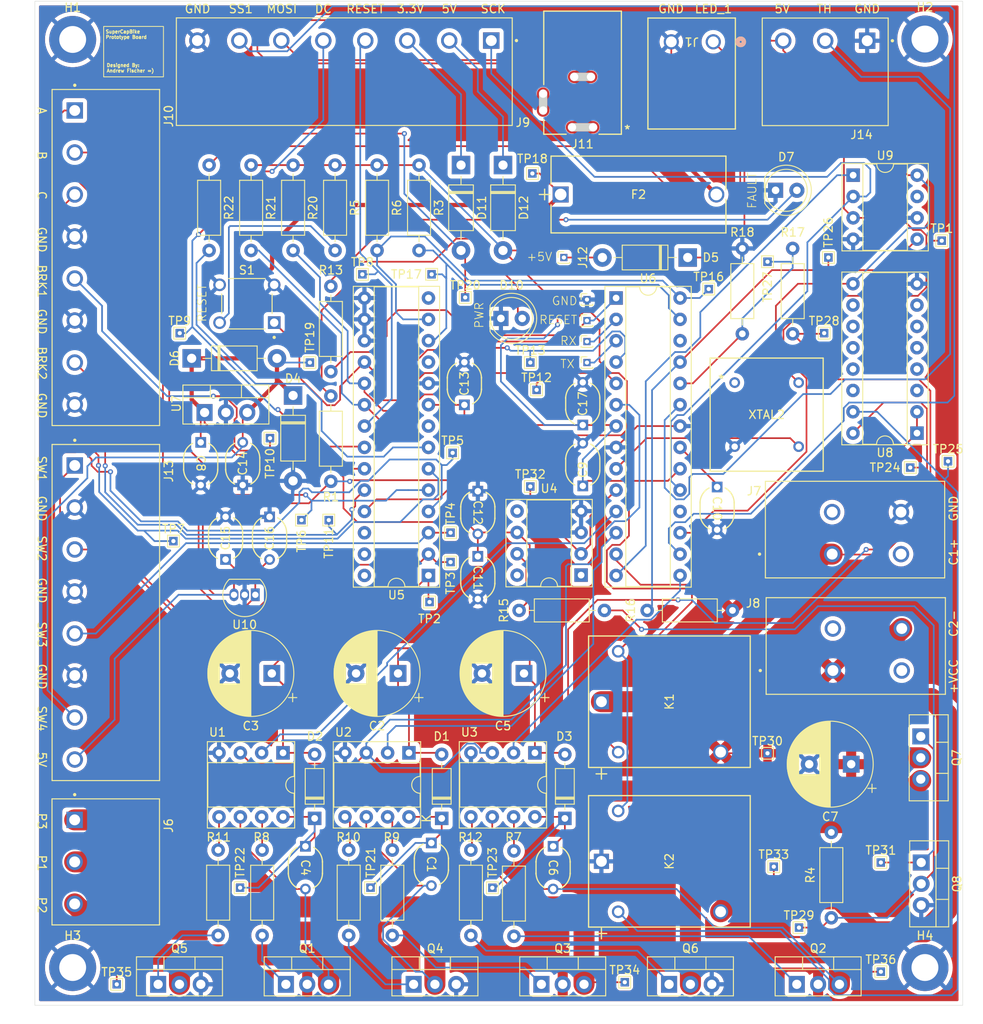
<source format=kicad_pcb>
(kicad_pcb (version 20240108) (generator "pcbnew") (generator_version "8.0")
  (layers (0 "F.Cu" signal) (31 "B.Cu" signal) (34 "B.Paste" user) (35 "F.Paste" user) (36 "B.SilkS" user "B.Silkscreen") (37 "F.SilkS" user "F.Silkscreen") (38 "B.Mask" user) (39 "F.Mask" user) (44 "Edge.Cuts" user))
  (net 0 "")
  (net 1 "Net-(D1-K)")
  (net 2 "GND")
  (net 3 "+12V")
  (net 4 "Net-(D2-K)")
  (net 5 "Net-(D3-K)")
  (net 6 "+VCC")
  (net 7 "+5V")
  (net 8 "P1")
  (net 9 "P3")
  (net 10 "P2")
  (net 11 "/Motor Controller/RX")
  (net 12 "/Motor Controller/TX")
  (net 13 "/Motor Controller/RESET")
  (net 14 "C1-")
  (net 16 "C1+")
  (net 17 "C2-")
  (net 20 "/Motor Controller/TH_DATA")
  (net 21 "/Motor Controller/SW_2")
  (net 22 "/Motor Controller/SW_4")
  (net 23 "/Motor Controller/SW_3")
  (net 24 "/Motor Controller/SW_1")
  (net 26 "/Motor Controller/HALL_C")
  (net 27 "/Motor Controller/HALL_B")
  (net 28 "/Motor Controller/BRK2")
  (net 29 "/Motor Controller/BRK1")
  (net 30 "/Motor Controller/HALL_A")
  (net 31 "RELAY_1")
  (net 32 "RELAY_2")
  (net 33 "/Half bridge Circuit/HO_2")
  (net 34 "/Half bridge Circuit/HO_3")
  (net 35 "/Half bridge Circuit/HO_1")
  (net 36 "/Half bridge Circuit/LO_1")
  (net 37 "/Half bridge Circuit/LO_2")
  (net 38 "/Half bridge Circuit/LO_3")
  (net 39 "Net-(Q7-G)")
  (net 40 "Net-(Q8-G)")
  (net 41 "/Motor Controller/SCL")
  (net 42 "Net-(R5-Pad2)")
  (net 43 "/Motor Controller/SDA")
  (net 44 "Net-(U3-HO)")
  (net 45 "Net-(U2-HO)")
  (net 46 "Net-(U1-HO)")
  (net 47 "Net-(U1-LO)")
  (net 48 "Net-(U2-LO)")
  (net 49 "Net-(U3-LO)")
  (net 50 "Net-(U4-OUTA)")
  (net 51 "ADC_C2V")
  (net 52 "ADC_C1V")
  (net 53 "SD")
  (net 54 "/Motor Controller/INTA")
  (net 56 "IN_1")
  (net 57 "IN_2")
  (net 58 "IN_3")
  (net 60 "MOS_DRIVER")
  (net 63 "+3.3V")
  (net 64 "Net-(D7-A)")
  (net 65 "Net-(D10-A)")
  (net 67 "Net-(D11-K)")
  (net 72 "Net-(D12-K)")
  (net 73 "/Motor Controller/LED_1")
  (net 75 "MOSI")
  (net 76 "/Motor Controller/XTAL1")
  (net 77 "/Motor Controller/INTB")
  (net 78 "SCK")
  (net 90 "/Motor Controller/RESET_DISPLAY")
  (net 91 "SS1")
  (net 92 "/Motor Controller/DC")
  (net 93 "Net-(U5-GPB6)")
  (net 94 "SS2")
  (net 95 "Net-(U6-AREF)")
  (net 98 "Net-(D5-A)")
  (net 99 "Net-(U5-GPA4)")
  (net 100 "RELAYS")
  (footprint "TestPoint:TestPoint_THTPad_1.0x1.0mm_Drill0.5mm" (layer "F.Cu") (at 57 90.75)
    (property "Reference" "TP6")
    (property "Value" "TestPoint")
  )
  (footprint "Package_DIP:DIP-8_W7.62mm_Socket" (layer "F.Cu") (at 84.8 118.45 -90)
    (property "Reference" "U3")
    (property "Value" "IR2104")
  )
  (footprint "TestPoint:TestPoint_THTPad_1.0x1.0mm_Drill0.5mm" (layer "F.Cu") (at 119.25 68.5)
    (property "Reference" "TP28")
    (property "Value" "TestPoint")
  )
  (footprint "TestPoint:TestPoint_THTPad_1.0x1.0mm_Drill0.5mm" (layer "F.Cu") (at 79.73 134.51 90)
    (property "Reference" "TP23")
    (property "Value" "TestPoint")
  )
  (footprint "Package_TO_SOT_THT:TO-220-3_Vertical" (layer "F.Cu") (at 70.35 146)
    (property "Reference" "Q4")
    (property "Value" "IRFZ44N")
  )
  (footprint "TestPoint:TestPoint_THTPad_1.0x1.0mm_Drill0.5mm" (layer "F.Cu") (at 133.25 57.5)
    (property "Reference" "TP1")
    (property "Value" "TestPoint")
  )
  (footprint "Resistor_THT:R_Axial_DIN0207_L6.3mm_D2.5mm_P10.16mm_Horizontal" (layer "F.Cu") (at 60.5 86.14 90)
    (property "Reference" "R1")
    (property "Value" "220Ω")
  )
  (footprint "Resistor_THT:R_Axial_DIN0207_L6.3mm_D2.5mm_P10.16mm_Horizontal" (layer "F.Cu") (at 77.175 130.02 -90)
    (property "Reference" "R12")
    (property "Value" "47Ω")
  )
  (footprint "Package_TO_SOT_THT:TO-220-3_Vertical" (layer "F.Cu") (at 130.75 116.5 -90)
    (property "Reference" "Q7")
    (property "Value" "GT065P06T")
  )
  (footprint "Connector_PinHeader_1.00mm:PinHeader_1x01_P1.00mm_Vertical" (layer "F.Cu") (at 91 72)
    (property "Reference" "J4" (hide yes))
    (property "Value" "TX")
  )
  (footprint "Resistor_THT:R_Axial_DIN0207_L6.3mm_D2.5mm_P10.16mm_Horizontal" (layer "F.Cu") (at 46 48.5 -90)
    (property "Reference" "R22")
    (property "Value" "220Ω")
  )
  (footprint "Resistor_THT:R_Axial_DIN0207_L6.3mm_D2.5mm_P10.16mm_Horizontal" (layer "F.Cu") (at 66 48.5 -90)
    (property "Reference" "R6")
    (property "Value" "10kΩ")
  )
  (footprint "Terminal_1988862:PHOENIX_1988862" (layer "F.Cu") (at 27.3 39.5 -90)
    (property "Reference" "J10")
    (property "Value" "1988862")
  )
  (footprint "Ceramic_Cap_5.08mm_Spacing:Ceramic_Cap_5.08mm_Spacing" (layer "F.Cu") (at 106.5 86.81325 -90)
    (property "Reference" "C10")
    (property "Value" "0.1uF")
  )
  (footprint "TestPoint:TestPoint_THTPad_1.0x1.0mm_Drill0.5mm" (layer "F.Cu") (at 42.5 68.5)
    (property "Reference" "TP9")
    (property "Value" "TestPoint")
  )
  (footprint "Ceramic_Cap_5.08mm_Spacing:Ceramic_Cap_5.08mm_Spacing" (layer "F.Cu") (at 90.5 86.68675 90)
    (property "Reference" "C9")
    (property "Value" "0.1uF")
  )
  (footprint "MXO45HST-3C-16M000000:MXO45HST-3C-16M000000" (layer "F.Cu") (at 108.59 74.385999)
    (property "Reference" "XTAL2")
    (property "Value" "MXO45HST-3C-16M000000")
  )
  (footprint "Package_TO_SOT_THT:TO-220-3_Vertical" (layer "F.Cu") (at 130.805 131.5 -90)
    (property "Reference" "Q8")
    (property "Value" "IRFZ44N")
  )
  (footprint "TestPoint:TestPoint_THTPad_1.0x1.0mm_Drill0.5mm" (layer "F.Cu") (at 65.22 134.5)
    (property "Reference" "TP21")
    (property "Value" "TestPoint")
  )
  (footprint "LED_THT:LED_D5.0mm" (layer "F.Cu") (at 113.46 51.5)
    (property "Reference" "D7")
    (property "Value" "FAULT_LED")
  )
  (footprint "Terminal_1988862:PHOENIX_1988862" (layer "F.Cu") (at 27.3 81.75 -90)
    (property "Reference" "J13")
    (property "Value" "1988862")
  )
  (footprint "Relay_AWHSH105D00G:AWHSH1xxD00G_AMP" (layer "F.Cu") (at 92.71795 131.365 90)
    (property "Reference" "K2")
    (property "Value" "AWHSH105D00G")
  )
  (footprint "TestPoint:TestPoint_THTPad_1.0x1.0mm_Drill0.5mm" (layer "F.Cu") (at 95.5 145.75)
    (property "Reference" "TP34")
    (property "Value" "TestPoint")
  )
  (footprint "Ceramic_Cap_5.08mm_Spacing:Ceramic_Cap_5.08mm_Spacing" (layer "F.Cu") (at 53.2 90.36325 -90)
    (property "Reference" "C16")
    (property "Value" "0.1uF")
  )
  (footprint "TestPoint:TestPoint_THTPad_1.0x1.0mm_Drill0.5mm" (layer "F.Cu") (at 126 131.5)
    (property "Reference" "TP31")
    (property "Value" "TestPoint")
  )
  (footprint "Capacitor_THT:CP_Radial_D10.0mm_P5.00mm" (layer "F.Cu") (at 53.467677 109 180)
    (property "Reference" "C3")
    (property "Value" "10uF")
  )
  (footprint "Ceramic_Cap_5.08mm_Spacing:Ceramic_Cap_5.08mm_Spacing" (layer "F.Cu") (at 78 87.31325 -90)
    (property "Reference" "C12")
    (property "Value" "1.0uF")
  )
  (footprint "Diode_THT:D_DO-41_SOD81_P10.16mm_Horizontal" (layer "F.Cu") (at 103 59.5 180)
    (property "Reference" "D5")
    (property "Value" "1N5819")
  )
  (footprint "Ceramic_Cap_5.08mm_Spacing:Ceramic_Cap_5.08mm_Spacing" (layer "F.Cu") (at 57.4675 129.57325 -90)
    (property "Reference" "C4")
    (property "Value" "1uF")
  )
  (footprint "Fuse_Holder_02540101Z:FUSE_254_PC_LTF" (layer "F.Cu") (at 87.864 52)
    (property "Reference" "F2")
    (property "Value" "0225002.MXP")
  )
  (footprint "Package_DIP:DIP-8_W7.62mm_Socket" (layer "F.Cu") (at 122.7 49.7)
    (property "Reference" "U9")
    (property "Value" "MCP4151-xxxx-P")
  )
  (footprint "Capacitor_THT:CP_Radial_D10.0mm_P5.00mm" (layer "F.Cu") (at 83.5 109 180)
    (property "Reference" "C5")
    (property "Value" "10uF")
  )
  (footprint "TestPoint:TestPoint_THTPad_1.0x1.0mm_Drill0.5mm" (layer "F.Cu") (at 72.5 61.5)
    (property "Reference" "TP17")
    (property "Value" "TestPoint")
  )
  (footprint "Resistor_THT:R_Axial_DIN0207_L6.3mm_D2.5mm_P10.16mm_Horizontal" (layer "F.Cu") (at 61 48.5 -90)
    (property "Reference" "R5")
    (property "Value" "10kΩ")
  )
  (footprint "Terminal_1988862:PHOENIX_1988862" (layer "F.Cu") (at 82.1 30.98 180)
    (property "Reference" "J9")
    (property "Value" "1988862")
  )
  (footprint "TestPoint:TestPoint_THTPad_1.0x1.0mm_Drill0.5mm" (layer "F.Cu") (at 84.25 72)
    (property "Reference" "TP13")
    (property "Value" "TestPoint")
  )
  (footprint "TestPoint:TestPoint_THTPad_1.0x1.0mm_Drill0.5mm" (layer "F.Cu") (at 74.75 92.25)
    (property "Reference" "TP4")
    (property "Value" "TestPoint")
  )
  (footprint "TestPoint:TestPoint_THTPad_1.0x1.0mm_Drill0.5mm" (layer "F.Cu") (at 119.75 59.5)
    (property "Reference" "TP26")
    (property "Value" "TestPoint")
  )
  (footprint "Package_TO_SOT_THT:TO-220-3_Vertical" (layer "F.Cu") (at 115.99 146)
    (property "Reference" "Q2")
    (property "Value" "IRFZ44N")
  )
  (footprint "TestPoint:TestPoint_THTPad_1.0x1.0mm_Drill0.5mm" (layer "F.Cu") (at 116.25 139.25)
    (property "Reference" "TP29")
    (property "Value" "TestPoint")
  )
  (footprint "Diode_THT:D_DO-41_SOD81_P10.16mm_Horizontal" (layer "F.Cu") (at 56 75.92 -90)
    (property "Reference" "D4")
    (property "Value" "1N5819")
  )
  (footprint "LED_THT:LED_D5.0mm" (layer "F.Cu") (at 80.75 66.75)
    (property "Reference" "D10")
    (property "Value" "PWR_LED")
  )
  (footprint "TestPoint:TestPoint_THTPad_1.0x1.0mm_Drill0.5mm" (layer "F.Cu") (at 84.5 49.5)
    (property "Reference" "TP18")
    (property "Value" "TestPoint")
  )
  (footprint "Package_TO_SOT_THT:TO-220-3_Vertical" (layer "F.Cu") (at 100.78 146)
    (property "Reference" "Q6")
    (property "Value" "IRFZ44N")
  )
  (footprint "TestPoint:TestPoint_THTPad_1.0x1.0mm_Drill0.5mm" (layer "F.Cu") (at 58 72)
    (property "Reference" "TP19")
    (property "Value" "TestPoint")
  )
  (footprint "Connector_PinHeader_1.00mm:PinHeader_1x01_P1.00mm_Vertical" (layer "F.Cu") (at 91 69.5)
    (property "Reference" "J3" (hide yes))
    (property "Value" "RX")
  )
  (footprint "Ceramic_Cap_5.08mm_Spacing:Ceramic_Cap_5.08mm_Spacing" (layer "F.Cu") (at 50 86.58 90)
    (property "Reference" "C14")
    (property "Value" "0.1uF")
  )
  (footprint "Diode_THT:D_DO-41_SOD81_P10.16mm_Horizontal" (layer "F.Cu") (at 76 48.5 -90)
    (property "Reference" "D11")
    (property "Value" "1N5819")
  )
  (footprint "TestPoint:TestPoint_THTPad_1.0x1.0mm_Drill0.5mm" (layer "F.Cu") (at 85 75.25)
    (property "Reference" "TP12")
    (property "Value" "TestPoint")
  )
  (footprint "Connector_PinHeader_1.00mm:PinHeader_1x01_P1.00mm_Vertical" (layer "F.Cu") (at 91 64.5)
    (property "Reference" "J2" (hide yes))
    (property "Value" "GND")
  )
  (footprint "TestPoint:TestPoint_THTPad_1.0x1.0mm_Drill0.5mm" (layer "F.Cu") (at 35 146)
    (property "Reference" "TP35")
    (property "Value" "TestPoint")
  )
  (footprint "Resistor_THT:R_Axial_DIN0207_L6.3mm_D2.5mm_P10.16mm_Horizontal" (layer "F.Cu") (at 109.5 68.58 90)
    (property "Reference" "R18")
    (property "Value" "25kΩ")
  )
  (footprint "Connector_PinHeader_1.00mm:PinHeader_1x01_P1.00mm_Vertical" (layer "F.Cu") (at 88.25 59.5)
    (property "Reference" "J12")
    (property "Value" "+5V")
  )
  (footprint "Resistor_THT:R_Axial_DIN0207_L6.3mm_D2.5mm_P10.16mm_Horizontal" (layer "F.Cu") (at 62.625 140.175 90)
    (property "Reference" "R10")
    (property "Value" "47Ω")
  )
  (footprint "Package_DIP:DIP-16_W7.62mm_Socket" (layer "F.Cu") (at 130.3 80.4 180)
    (property "Reference" "U8")
    (property "Value" "ULN2003")
  )
  (footprint "Terminal_1190363:PHOENIX_1190363" (layer "F.Cu") (at 133.6 97.63 90)
    (property "Reference" "J7")
    (property "Value" "1190363")
  )
  (footprint "MountingHole:MountingHole_3.2mm_M3_DIN965_Pad" (layer "F.Cu") (at 29.75 144)
    (property "Reference" "H3")
    (property "Value" "MountingHole_Pad")
  )
  (footprint "Package_DIP:DIP-28_W7.62mm_Socket" (layer "F.Cu") (at 72.12 97.34 180)
    (property "Reference" "U5")
    (property "Value" "MCP23017_SP")
  )
  (footprint "Resistor_THT:R_Axial_DIN0207_L6.3mm_D2.5mm_P10.16mm_Horizontal" (layer "F.Cu") (at 82.3 130.12 -90)
    (property "Reference" "R7")
    (property "Value" "47Ω")
  )
  (footprint "Diode_THT:D_DO-35_SOD27_P7.62mm_Horizontal" (layer "F.Cu") (at 58.5675 126.25 90)
    (property "Reference" "D2")
    (property "Value" "1N4148")
  )
  (footprint "TestPoint:TestPoint_THTPad_1.0x1.0mm_Drill0.5mm" (layer "F.Cu") (at 105.5 63.25)
    (property "Reference" "TP16")
    (property "Value" "TestPoint")
  )
  (footprint "Package_TO_SOT_THT:TO-92_Inline" (layer "F.Cu") (at 51.5 99.64 180)
    (property "Reference" "U10")
    (property "Value" "L78L33_TO92")
  )
  (footprint "TS02_66_50_BK_160_LCR_D:SW_TS02-66-50-BK-160-LCR-D" (layer "F.Cu") (at 50.5 65 180)
    (property "Reference" "S1")
    (property "Value" "TS02-66-50-BK-160-LCR-D")
  )
  (footprint "Ceramic_Cap_5.08mm_Spacing:Ceramic_Cap_5.08mm_Spacing" (layer "F.Cu") (at 76.4 77.03675 90)
    (property "Reference" "C13")
    (property "Value" "0.1uF")
  )
  (footprint "Capacitor_THT:CP_Radial_D10.0mm_P5.00mm" (layer "F.Cu") (at 68.5 109 180)
    (property "Reference" "C2")
    (property "Value" "10uF")
  )
  (footprint "Resistor_THT:R_Axial_DIN0207_L6.3mm_D2.5mm_P10.16mm_Horizontal" (layer "F.Cu") (at 47.075 140.175 90)
    (property "Reference" "R11")
    (property "Value" "47Ω")
  )
  (footprint "Terminal_1988817:PHOENIX_1988817" (layer "F.Cu") (at 126.8725 31 180)
    (property "Reference" "J14")
    (property "Value" "1988817")
  )
  (footprint "Package_DIP:DIP-28_W7.62mm_Socket" (layer "F.Cu") (at 94.4675 64.32)
    (property "Reference" "U6")
    (property "Value" "ATmega328-P")
  )
  (footprint "TestPoint:TestPoint_THTPad_1.0x1.0mm_Drill0.5mm" (layer "F.Cu") (at 60.25 90.75)
    (property "Reference" "TP11")
    (property "Value" "TestPoint")
  )
  (footprint "Barrel_Jack_PJ_002AH:PJ-002AH_CUD" (layer "F.Cu") (at 90.47625 44)
    (property "Reference" "J11")
    (property "Value" "Barrel_Jack_Switch")
    (fp_line (start -4.699 -1.99644) (end -4.699 -4.00304) (stroke (width 0.9906)) (layer "Edge.Cuts"))
    (fp_line (start -1.2573 0) (end 1.2573 0) (stroke (width 0.9906)) (layer "Edge.Cuts"))
    (fp_line (start -1.0033 -5.99948) (end 1.0033 -5.99948) (stroke (width 0.9906)) (layer "Edge.Cuts"))
  )
  (footprint "TestPoint:TestPoint_THTPad_1.0x1.0mm_Drill0.5mm" (layer "F.Cu") (at 76.5 64.25)
    (property "Reference" "TP20")
    (property "Value" "TestPoint")
  )
  (footprint "TestPoint:TestPoint_THTPad_1.0x1.0mm_Drill0.5mm" (layer "F.Cu") (at 75 82.75)
    (property "Reference" "TP5")
    (property "Value" "TestPoint")
  )
  (footprint "Diode_THT:D_DO-35_SOD27_P7.62mm_Horizontal" (layer "F.Cu") (at 73.7 126.25 90)
    (property "Reference" "D1")
    (property "Value" "1N4148")
  )
  (footprint "Diode_THT:D_DO-41_SOD81_P10.16mm_Horizontal" (layer "F.Cu") (at 81 48.5 -90)
    (property "Reference" "D12")
    (property "Value" "1N5819")
  )
  (footprint "Package_DIP:DIP-8_W7.62mm_Socket" (layer "F.Cu") (at 54.8 118.45 -90)
    (property "Reference" "U2")
    (property "Value" "IR2104")
  )
  (footprint "Package_TO_SOT_THT:TO-220-3_Vertical" (layer "F.Cu") (at 55.142 146)
    (property "Reference" "Q1")
    (property "Value" "IRFZ44N")
  )
  (footprint "Ceramic_Cap_5.08mm_Spacing:Ceramic_Cap_5.08mm_Spacing" (layer "F.Cu") (at 47.96 95.43675 90)
    (property "Reference" "C15")
    (property "Value" "0.33uF")
  )
  (footprint "MountingHole:MountingHole_3.2mm_M3_DIN965_Pad" (layer "F.Cu") (at 29.75 33.55)
    (property "Reference" "H1")
    (property "Value" "MountingHole_Pad")
  )
  (footprint "Package_TO_SOT_THT:TO-220-3_Vertical" (layer "F.Cu") (at 85.57 146)
    (property "Reference" "Q3")
    (property "Value" "IRFZ44N")
  )
  (footprint "Ceramic_Cap_5.08mm_Spacing:Ceramic_Cap_5.08mm_Spacing" (layer "F.Cu") (at 45 81.5 -90)
    (property "Reference" "C8")
    (property "Value" "0.33uF")
  )
  (footprint "Resistor_THT:R_Axial_DIN0207_L6.3mm_D2.5mm_P10.16mm_Horizontal" (layer "F.Cu") (at 52.3175 140.18 90)
    (property "Reference" "R8")
    (property "Value" "47Ω")
  )
  (footprint "TestPoint:TestPoint_THTPad_1.0x1.0mm_Drill0.5mm" (layer "F.Cu") (at 134 83.75)
    (property "Reference" "TP25")
    (property "Value" "TestPoint")
  )
  (footprint "Resistor_THT:R_Axial_DIN0207_L6.3mm_D2.5mm_P10.16mm_Horizontal" (layer "F.Cu") (at 71 48.5 -90)
    (property "Reference" "R3")
    (property "Value" "10kΩ")
  )
  (footprint "Connector_PinHeader_1.00mm:PinHeader_1x01_P1.00mm_Vertical" (layer "F.Cu") (at 91 67)
    (property "Reference" "J5" (hide yes))
    (property "Value" "RESET")
  )
  (footprint "Resistor_THT:R_Axial_DIN0207_L6.3mm_D2.5mm_P10.16mm_Horizontal" (layer "F.Cu") (at 115.5 68.58 90)
    (property "Reference" "R17")
    (property "Value" "55kΩ")
  )
  (footprint "Resistor_THT:R_Axial_DIN0207_L6.3mm_D2.5mm_P10.16mm_Horizontal" (layer "F.Cu") (at 56 48.5 -90)
    (property "Reference" "R20")
    (property "Value" "10kΩ")
  )
  (footprint "TestPoint:TestPoint_THTPad_1.0x1.0mm_Drill0.5mm" (layer "F.Cu") (at 64.25 61.5)
    (property "Reference" "TP8")
    (property "Value" "TestPoint")
  )
  (footprint "Ceramic_Cap_5.08mm_Spacing:Ceramic_Cap_5.08mm_Spacing" (layer "F.Cu") (at 78 95.06325 -90)
    (property "Reference" "C11")
    (property "Value" "0.1uF")
  )
  (footprint "TestPoint:TestPoint_THTPad_1.0x1.0mm_Drill0.5mm" (layer "F.Cu") (at 53.25 81)
    (property "Reference" "TP10")
    (property "Value" "TestPoint")
  )
  (footprint "Relay_AWHSH105D00G:AWHSH1xxD00G_AMP" (layer "F.Cu") (at 92.71795 112.365 90)
    (property "Reference" "K1")
    (property "Value" "AWHSH105D00G")
  )
  (footprint "Package_DIP:DIP-8_W7.62mm_Socket" (layer "F.Cu") (at 90.3 97.3 180)
    (property "Reference" "U4")
    (property "Value" "UCC37324P")
  )
  (footprint "Diode_THT:D_DO-35_SOD27_P7.62mm_Horizontal" (layer "F.Cu") (at 88.3675 126.25 90)
    (property "Reference" "D3")
    (property "Value" "1N4148")
  )
  (footprint "Terminal_1988817:PHOENIX_1988817" (layer "F.Cu") (at 27.29 123.9275 -90)
    (property "Reference" "J6")
    (property "Value" "1988817")
  )
  (footprint "Resistor_THT:R_Axial_DIN0207_L6.3mm_D2.5mm_P10.16mm_Horizontal" (layer "F.Cu") (at 108.33 101.5 180)
    (property "Reference" "R16")
    (property "Value" "20kΩ")
  )
  (footprint "TestPoint:TestPoint_THTPad_1.0x1.0mm_Drill0.5mm" (layer "F.Cu") (at 112.5 118.5)
    (property "Reference" "TP30")
    (property "Value" "TestPoint")
  )
  (footprint "Resistor_THT:R_Axial_DIN0207_L6.3mm_D2.5mm_P10.16mm_Horizontal" (layer "F.Cu") (at 120.1 127.92 -90)
    (property "Reference" "R4")
    (property "Value" "10kΩ")
  )
  (footprint "TestPoint:TestPoint_THTPad_1.0x1.0mm_Drill0.5mm" (layer "F.Cu") (at 126 144.5)
    (property "Reference" "TP36")
    (property "Value" "TestPoint")
  )
  (footprint "Resistor_THT:R_Axial_DIN0207_L6.3mm_D2.5mm_P10.16mm_Horizontal" (layer "F.Cu") (at 60.5 73.08 90)
    (property "Reference" "R13")
    (property "Value" "220Ω")
  )
  (footprint "TestPoint:TestPoint_THTPad_1.0x1.0mm_Drill0.5mm" (layer "F.Cu") (at 72.25 100.5)
    (property "Reference" "TP2")
    (property "Value" "TestPoint")
  )
  (footprint "Resistor_THT:R_Axial_DIN0207_L6.3mm_D2.5mm_P10.16mm_Horizontal" (layer "F.Cu") (at 67.8175 140.18 90)
    (property "Reference" "R9")
    (property "Value" "47Ω")
  )
  (footprint "Package_TO_SOT_THT:TO-220-3_Vertical" (layer "F.Cu") (at 39.93 146)
    (property "Reference" "Q5")
    (property "Value" "IRFZ44N")
  )
  (footprint "Package_DIP:DIP-8_W7.62mm_Socket" (layer "F.Cu") (at 69.8 118.45 -90)
    (property "Reference" "U1")
    (property "Value" "IR2104")
  )
  (footprint "Resistor_THT:R_Axial_DIN0207_L6.3mm_D2.5mm_P10.16mm_Horizontal" (layer "F.Cu") (at 82.92 101.5)
    (property "Reference" "R15")
    (property "Value" "47Ω")
  )
  (footprint "MountingHole:MountingHole_3.2mm_M3_DIN965_Pad" (layer "F.Cu") (at 131.25 144)
    (property "Reference" "H4")
    (property "Value" "MountingHole_Pad")
  )
  (footprint "TestPoint:TestPoint_THTPad_1.0x1.0mm_Drill0.5mm" (layer "F.Cu") (at 49.69 134.5)
    (property "Reference" "TP22")
    (property "Value" "TestPoint")
  )
  (footprint "Terminal_1988804:CONN_1988804" (layer "F.Cu") (at 100.891416 33.83 180)
    (property "Reference" "J1")
    (property "Value" "1988804")
  )
  (footprint "MountingHole:MountingHole_3.2mm_M3_DIN965_Pad" (layer "F.Cu") (at 131.25 33.5)
    (property "Reference" "H2")
    (property "Value" "MountingHole_Pad")
  )
  (footprint "TestPoint:TestPoint_THTPad_1.0x1.0mm_Drill0.5mm" (layer "F.Cu") (at 113.25 132)
    (property "Reference" "TP33")
    (property "Value" "TestPoint")
  )
  (footprint "Ceramic_Cap_5.08mm_Spacing:Ceramic_Cap_5.08mm_Spacing" (layer "F.Cu") (at 86.9675 129.57325 -90)
    (property "Reference" "C6")
    (property "Value" "1uF")
  )
  (footprint "TestPoint:TestPoint_THTPad_1.0x1.0mm_Drill0.5mm" (layer "F.Cu") (at 129.5 84.5)
    (property "Reference" "TP24")
    (property "Value" "TestPoint")
  )
  (footprint "Ceramic_Cap_5.08mm_Spacing:Ceramic_Cap_5.08mm_Spacing" (layer "F.Cu") (at 90.5 79.43675 90)
    (property "Reference" "C17")
    (property "Value" "0.1uF")
  )
  (footprint "TestPoint:TestPoint_THTPad_1.0x1.0mm_Drill0.5mm" (layer "F.Cu") (at 112.5 60)
    (property "Reference" "TP27")
    (property "Value" "TestPoint")
  )
  (footprint "Capacitor_THT:CP_Radial_D10.0mm_P5.00mm" (layer "F.Cu") (at 122.467677 119.8 180)
    (property "Reference" "C7")
    (property "Value" "10uF")
  )
  (footprint "TestPoint:TestPoint_THTPad_1.0x1.0mm_Drill0.5mm" (layer "F.Cu") (at 41.75 93.25)
    (property "Reference" "TP7")
    (property "Value" "TestPoint")
  )
  (footprint "TestPoint:TestPoint_THTPad_1.0x1.0mm_Drill0.5mm" (layer "F.Cu") (at 84.25 86.75)
    (property "Reference" "TP32")
    (property "Value" "TestPoint")
  )
  (footprint "Diode_THT:D_DO-41_SOD81_P10.16mm_Horizontal" (layer "F.Cu") (at 43.92 71.5)
    (property "Reference" "D6")
    (property "Value" "1N5819")
  )
  (footprint "Resistor_THT:R_Axial_DIN0207_L6.3mm_D2.5mm_P10.16mm_Horizontal" (layer "F.Cu") (at 51 48.5 -90)
    (property "Reference" "R21")
    (property "Value" "10kΩ")
  )
  (footprint "Ceramic_Cap_5.08mm_Spacing:Ceramic_Cap_5.08mm_Spacing" (layer "F.Cu") (at 72.4675 129.17325 -90)
    (property "Reference" "C1")
    (property "Value" "1uF")
  )
  (footprint "Terminal_1190363:PHOENIX_1190363" (layer "F.Cu") (at 133.6875 111.485 90)
    (property "Reference" "J8")
    (property "Value" "1190363")
  )
  (footprint "TestPoint:TestPoint_THTPad_1.0x1.0mm_Drill0.5mm" (layer "F.Cu") (at 74.75 95.75)
    (property "Reference" "TP3")
    (property "Value" "TestPoint")
  )
  (footprint "Package_TO_SOT_THT:TO-220-3_Vertical" (layer "F.Cu") (at 45.46 77.945)
    (property "Reference" "U7")
    (property "Value" "L7805")
  )
  (gr_rect (start 33.4375 32) (end 40.5625 38) (stroke (width 0.1)) (fill none) (layer "F.SilkS"))
  (gr_rect (start 25.25 29) (end 135.75 148.5) (stroke (width 0.05)) (fill none) (layer "Edge.Cuts"))
  (gr_text "B" (at 25.5 46.75 270) (layer "F.SilkS") (effects (font (size 1 1)) (justify left bottom)))
  (gr_text "GND" (at 25.5 97.5 270) (layer "F.SilkS") (effects (font (size 1 1)) (justify left bottom)))
  (gr_text "GND" (at 99.4 30.5 0) (layer "F.SilkS") (effects (font (size 1 1)) (justify left bottom)))
  (gr_text "+5V" (at 83.75 60 0) (layer "F.SilkS") (effects (font (size 1 1) (thickness 0.1)) (justify left bottom)))
  (gr_text "LED_1" (at 103.75 30.5 0) (layer "F.SilkS") (effects (font (size 1 1)) (justify left bottom)))
  (gr_text "SW3" (at 25.5 102.75 270) (layer "F.SilkS") (effects (font (size 1 1)) (justify left bottom)))
  (gr_text "5V" (at 73.6 30.5 0) (layer "F.SilkS") (effects (font (size 1 1)) (justify left bottom)))
  (gr_text "GND" (at 122.75 30.5 0) (layer "F.SilkS") (effects (font (size 1 1)) (justify left bottom)))
  (gr_text "GND" (at 43 30.5 0) (layer "F.SilkS") (effects (font (size 1 1)) (justify left bottom)))
  (gr_text "RESET" (at 45.75 67.25 90) (layer "F.SilkS") (effects (font (size 1 1) (thickness 0.1)) (justify left bottom)))
  (gr_text "GND" (at 25.5 75.5 270) (layer "F.SilkS") (effects (font (size 1 1)) (justify left bottom)))
  (gr_text "GND" (at 25.5 107.75 270) (layer "F.SilkS") (effects (font (size 1 1)) (justify left bottom)))
  (gr_text "5V" (at 25.5 118.25 270) (layer "F.SilkS") (effects (font (size 1 1)) (justify left bottom)))
  (gr_text "RESET" (at 85.25 67.5 0) (layer "F.SilkS") (effects (font (size 1 1) (thickness 0.1)) (justify left bottom)))
  (gr_text "BRK1" (at 25.5 60.25 270) (layer "F.SilkS") (effects (font (size 1 1)) (justify left bottom)))
  (gr_text "GND" (at 135.25 91 90) (layer "F.SilkS") (effects (font (size 1 1)) (justify left bottom)))
  (gr_text "5V" (at 113.25 30.5 0) (layer "F.SilkS") (effects (font (size 1 1)) (justify left bottom)))
  (gr_text "DC" (at 58.5 30.5 0) (layer "F.SilkS") (effects (font (size 1 1)) (justify left bottom)))
  (gr_text "P1" (at 25.5 130.5 270) (layer "F.SilkS") (effects (font (size 1 1)) (justify left bottom)))
  (gr_text "SS1\n" (at 48.25 30.5 0) (layer "F.SilkS") (effects (font (size 1 1)) (justify left bottom)))
  (gr_text "BRK2" (at 25.5 70 270) (layer "F.SilkS") (effects (font (size 1 1)) (justify left bottom)))
  (gr_text "SW4" (at 25.5 112.75 270) (layer "F.SilkS") (effects (font (size 1 1)) (justify left bottom)))
  (gr_text "Designed By:\nAndrew Fischer =)\n" (at 33.75 37.5 0) (layer "F.SilkS") (effects (font (size 0.4 0.4) (thickness 0.1)) (justify left bottom)))
  (gr_text "C1+" (at 135.25 96.25 90) (layer "F.SilkS") (effects (font (size 1 1)) (justify left bottom)))
  (gr_text "GND" (at 25.5 55.75 270) (layer "F.SilkS") (effects (font (size 1 1)) (justify left bottom)))
  (gr_text "SW1" (at 25.5 83 270) (layer "F.SilkS") (effects (font (size 1 1)) (justify left bottom)))
  (gr_text "TH" (at 118.25 30.5 0) (layer "F.SilkS") (effects (font (size 1 1)) (justify left bottom)))
  (gr_text "SCK" (at 78.25 30.5 0) (layer "F.SilkS") (effects (font (size 1 1)) (justify left bottom)))
  (gr_text "C" (at 25.5 51.5 270) (layer "F.SilkS") (effects (font (size 1 1)) (justify left bottom)))
  (gr_text "FAULT" (at 111.25 53.75 90) (layer "F.SilkS") (effects (font (size 1 1) (thickness 0.1)) (justify left bottom)))
  (gr_text "PWR" (at 78.75 68 90) (layer "F.SilkS") (effects (font (size 1 1) (thickness 0.1)) (justify left bottom)))
  (gr_text "TX" (at 87.75 72.75 0) (layer "F.SilkS") (effects (font (size 1 1) (thickness 0.1)) (justify left bottom)))
  (gr_text "SW2" (at 25.5 92.5 270) (layer "F.SilkS") (effects (font (size 1 1)) (justify left bottom)))
  (gr_text "GND" (at 25.5 65.5 270) (layer "F.SilkS") (effects (font (size 1 1)) (justify left bottom)))
  (gr_text "P3" (at 25.5 125.5 270) (layer "F.SilkS") (effects (font (size 1 1)) (justify left bottom)))
  (gr_text "A" (at 25.5 41.5 270) (layer "F.SilkS") (effects (font (size 1 1)) (justify left bottom)))
  (gr_text "3.3V" (at 68.25 30.5 0) (layer "F.SilkS") (effects (font (size 1 1)) (justify left bottom)))
  (gr_text "C2-" (at 135.25 104.75 90) (layer "F.SilkS") (effects (font (size 1 1)) (justify left bottom)))
  (gr_text "GND" (at 25.5 87.75 270) (layer "F.SilkS") (effects (font (size 1 1)) (justify left bottom)))
  (gr_text "+VCC" (at 135.25 111.5 90) (layer "F.SilkS") (effects (font (size 1 1)) (justify left bottom)))
  (gr_text "RESET" (at 62.25 30.5 0) (layer "F.SilkS") (effects (font (size 1 1)) (justify left bottom)))
  (gr_text "*" (at 95.8 44.3 0) (layer "F.SilkS") (effects (font (size 1 1))))
  (gr_text "P2" (at 25.5 135.5 270) (layer "F.SilkS") (effects (font (size 1 1)) (justify left bottom)))
  (gr_text "GND" (at 86.75 65.25 0) (layer "F.SilkS") (effects (font (size 1 1) (thickness 0.1)) (justify left bottom)))
  (gr_text "MOSI" (at 52.75 30.5 0) (layer "F.SilkS") (effects (font (size 1 1)) (justify left bottom)))
  (gr_text "RX" (at 87.75 70 0) (layer "F.SilkS") (effects (font (size 1 1) (thickness 0.1)) (justify left bottom)))
  (gr_text "SuperCapBike\nPrototype Board" (at 33.625 33.5 0) (layer "F.SilkS") (effects (font (size 0.4 0.4) (thickness 0.1)) (justify left bottom)))
  (segment (start 73.52 126.07) (end 73.7 126.25) (width 0.2) (layer "F.Cu") (net 1))
  (segment (start 73.7 126.25) (end 73.7 127.94075) (width 0.2) (layer "F.Cu") (net 1))
  (segment (start 73.7 127.94075) (end 72.4675 129.17325) (width 0.2) (layer "F.Cu") (net 1))
  (segment (start 69.8 126.07) (end 73.52 126.07) (width 0.2) (layer "F.Cu") (net 1))
  (segment (start 65.25 134.5) (end 70.57675 129.17325) (width 0.2) (layer "B.Cu") (net 1))
  (segment (start 70.57675 129.17325) (end 72.4675 129.17325) (width 0.2) (layer "B.Cu") (net 1))
  (segment (start 65.22 134.5) (end 65.25 134.5) (width 0.2) (layer "B.Cu") (net 1))
  (segment (start 102.0875 79.56) (end 97.0075 79.56) (width 0.2) (layer "F.Cu") (net 2))
  (segment (start 99.5 40.25) (end 101.041784 38.708216) (width 0.2) (layer "F.Cu") (net 2))
  (segment (start 122.5 57.905) (end 122.96 57.445) (width 0.2) (layer "F.Cu") (net 2))
  (segment (start 101.041784 38.708216) (end 101.041784 33.83) (width 0.2) (layer "F.Cu") (net 2))
  (segment (start 90.47625 40.25) (end 99.5 40.25) (width 0.2) (layer "F.Cu") (net 2))
  (segment (start 90.47625 38.60052) (end 90.47625 40.25) (width 0.2) (layer "F.Cu") (net 2))
  (segment (start 97.0075 79.56) (end 94.4675 82.1) (width 0.2) (layer "F.Cu") (net 2))
  (segment (start 76.58675 90.98) (end 63.631471 90.98) (width 0.2) (layer "F.Cu") (net 3))
  (segment (start 58.3875 118.45) (end 58.5675 118.63) (width 0.2) (layer "F.Cu") (net 3))
  (segment (start 85.364 49.5) (end 87.864 52) (width 0.2) (layer "F.Cu") (net 3))
  (segment (start 78 95.06325) (end 78 92.39325) (width 0.2) (layer "F.Cu") (net 3))
  (segment (start 90.97155 42.7547) (end 90.47625 43.25) (width 0.5) (layer "F.Cu") (net 3))
  (segment (start 78.17325 92.22) (end 78 92.39325) (width 0.2) (layer "F.Cu") (net 3))
  (segment (start 54.767677 110.3) (end 53.467677 109) (width 0.2) (layer "F.Cu") (net 3))
  (segment (start 73.52 118.45) (end 73.7 118.63) (width 0.2) (layer "F.Cu") (net 3))
  (segment (start 59.35 83) (end 49.315 83) (width 0.2) (layer "F.Cu") (net 3))
  (segment (start 84.8 118.45) (end 84.8 110.3) (width 0.2) (layer "F.Cu") (net 3))
  (segment (start 71 106) (end 68.5 106) (width 0.2) (layer "F.Cu") (net 3))
  (segment (start 84.18 103) (end 84.18 105.32) (width 0.2) (layer "F.Cu") (net 3))
  (segment (start 43.92 76.405) (end 45.46 77.945) (width 0.5) (layer "F.Cu") (net 3))
  (segment (start 101.078 46.672) (end 97.1607 42.7547) (width 0.5) (layer "F.Cu") (net 3))
  (segment (start 84.8 118.45) (end 88.1875 118.45) (width 0.2) (layer "F.Cu") (net 3))
  (segment (start 58.25 53.25) (end 53.5 58) (width 0.5) (layer "F.Cu") (net 3))
  (segment (start 53.5 60.75) (end 50.75 63.5) (width 0.5) (layer "F.Cu") (net 3))
  (segment (start 71 106) (end 55.75 106) (width 0.2) (layer "F.Cu") (net 3))
  (segment (start 50.75 63.5) (end 50.75 71.5) (width 0.5) (layer "F.Cu") (net 3))
  (segment (start 84.5 49.5) (end 85.364 49.5) (width 0.2) (layer "F.Cu") (net 3))
  (segment (start 87.864 52) (end 86.614 53.25) (width 0.5) (layer "F.Cu") (net 3))
  (segment (start 50.75 71.5) (end 43.92 71.5) (width 0.5) (layer "F.Cu") (net 3))
  (segment (start 45 78.405) (end 45.46 77.945) (width 0.2) (layer "F.Cu") (net 3))
  (segment (start 82.50675 92.39325) (end 82.68 92.22) (width 0.2) (layer "F.Cu") (net 3))
  (segment (start 88.1875 118.45) (end 88.3675 118.63) (width 0.2) (layer "F.Cu") (net 3))
  (segment (start 53.467677 108.282323) (end 53.467677 109) (width 0.2) (layer "F.Cu") (net 3))
  (segment (start 45 81.5) (end 45 78.405) (width 0.2) (layer "F.Cu") (net 3))
  (segment (start 83.5 106) (end 71 106) (width 0.2) (layer "F.Cu") (net 3))
  (segment (start 43.92 71.5) (end 43.92 76.405) (width 0.5) (layer "F.Cu") (net 3))
  (segment (start 82.68 92.22) (end 78.17325 92.22) (width 0.2) (layer "F.Cu") (net 3))
  (segment (start 45.46 79.145) (end 45.46 77.945) (width 0.2) (layer "F.Cu") (net 3))
  (segment (start 53.5 58) (end 53.5 60.75) (width 0.5) (layer "F.Cu") (net 3))
  (segment (start 84.18 105.32) (end 83.5 106) (width 0.2) (layer "F.Cu") (net 3))
  (segment (start 69.8 112.3) (end 68.5 111) (width 0.2) (layer "F.Cu") (net 3))
  (segment (start 68.5 111) (end 68.5 109) (width 0.2) (layer "F.Cu") (net 3))
  (segment (start 68.5 106) (end 68.5 109) (width 0.2) (layer "F.Cu") (net 3))
  (segment (start 62 85.65) (end 59.35 83) (width 0.2) (layer "F.Cu") (net 3))
  (segment (start 97.1607 42.7547) (end 90.97155 42.7547) (width 0.5) (layer "F.Cu") (net 3))
  (segment (start 62 89.348529) (end 62 85.65) (width 0.2) (layer "F.Cu") (net 3))
  (segment (start 69.8 118.45) (end 73.52 118.45) (width 0.2) (layer "F.Cu") (net 3))
  (segment (start 54.8 110.332323) (end 53.467677 109) (width 0.2) (layer "F.Cu") (net 3))
  (segment (start 86.614 53.25) (end 58.25 53.25) (width 0.5) (layer "F.Cu") (net 3))
  (segment (start 54.8 118.45) (end 58.3875 118.45) (width 0.2) (layer "F.Cu") (net 3))
  (segment (start 78 92.39325) (end 76.58675 90.98) (width 0.2) (layer "F.Cu") (net 3))
  (segment (start 49.315 83) (end 45.46 79.145) (width 0.2) (layer "F.Cu") (net 3))
  (segment (start 83.5 109) (end 84.18 108.32) (width 0.2) (layer "F.Cu") (net 3))
  (segment (start 84.18 108.32) (end 84.18 103) (width 0.2) (layer "F.Cu") (net 3))
  (segment (start 84.8 110.3) (end 83.5 109) (width 0.2) (layer "F.Cu") (net 3))
  (segment (start 69.8 118.45) (end 69.8 112.3) (width 0.2) (layer "F.Cu") (net 3))
  (segment (start 55.75 106) (end 53.467677 108.282323) (width 0.2) (layer "F.Cu") (net 3))
  (segment (start 63.631471 90.98) (end 62 89.348529) (width 0.2) (layer "F.Cu") (net 3))
  (segment (start 106.406 52) (end 101.078 46.672) (width 0.5) (layer "F.Cu") (net 3))
  (segment (start 84.18 93.72) (end 82.68 92.22) (width 0.2) (layer "F.Cu") (net 3))
  (segment (start 54.8 118.45) (end 54.8 110.332323) (width 0.2) (layer "F.Cu") (net 3))
  (segment (start 84.18 103) (end 84.18 93.72) (width 0.2) (layer "F.Cu") (net 3))
  (segment (start 82.50675 92.39325) (end 82.68 92.22) (width 0.2) (layer "B.Cu") (net 3))
  (segment (start 54.8 126.07) (end 58.3875 126.07) (width 0.2) (layer "F.Cu") (net 4))
  (segment (start 58.3875 126.07) (end 58.5675 126.25) (width 0.2) (layer "F.Cu") (net 4))
  (segment (start 58.5675 126.25) (end 58.5675 128.47325) (width 0.2) (layer "F.Cu") (net 4))
  (segment (start 58.5675 128.47325) (end 57.4675 129.57325) (width 0.2) (layer "F.Cu") (net 4))
  (segment (start 51.885 134.5) (end 58.5675 127.8175) (width 0.2) (layer "B.Cu") (net 4))
  (segment (start 49.69 134.5) (end 51.885 134.5) (width 0.2) (layer "B.Cu") (net 4))
  (segment (start 58.5675 127.8175) (end 58.5675 126.25) (width 0.2) (layer "B.Cu") (net 4))
  (segment (start 84.8 126.07) (end 88.1875 126.07) (width 0.2) (layer "F.Cu") (net 5))
  (segment (start 88.3675 128.17325) (end 86.9675 129.57325) (width 0.2) (layer "F.Cu") (net 5))
  (segment (start 88.3675 126.25) (end 88.3675 128.17325) (width 0.2) (layer "F.Cu") (net 5))
  (segment (start 88.1875 126.07) (end 88.3675 126.25) (width 0.2) (layer "F.Cu") (net 5))
  (segment (start 80.1075 134.51) (end 88.3675 126.25) (width 0.2) (layer "B.Cu") (net 5))
  (segment (start 79.73 134.51) (end 80.1075 134.51) (width 0.2) (layer "B.Cu") (net 5))
  (segment (start 112.5 118.5) (end 107.05215 118.5) (width 0.2) (layer "F.Cu") (net 6))
  (segment (start 107.05215 118.5) (end 106.917149 118.364999) (width 0.2) (layer "F.Cu") (net 6))
  (segment (start 100.6475 86.08) (end 102.0875 84.64) (width 0.2) (layer "F.Cu") (net 7))
  (segment (start 88.515686 32.05) (end 84.165686 36.4) (width 0.2) (layer "F.Cu") (net 7))
  (segment (start 103.15 98.9) (end 103.5 99.25) (width 0.2) (layer "F.Cu") (net 7))
  (segment (start 51 48.5) (end 56 48.5) (width 0.2) (layer "F.Cu") (net 7))
  (segment (start 48.96 99.64) (end 48.96 96.43675) (width 0.2) (layer "F.Cu") (net 7))
  (segment (start 66 48.5) (end 71 48.5) (width 0.2) (layer "F.Cu") (net 7))
  (segment (start 94.717951 106.282049) (end 94.717951 106.365001) (width 0.2) (layer "F.Cu") (net 7))
  (segment (start 72.13675 77.03675) (end 72.12 77.02) (width 0.2) (layer "F.Cu") (net 7))
  (segment (start 76.4 77.03675) (end 76.4 81.5) (width 0.2) (layer "F.Cu") (net 7))
  (segment (start 116.13 62.62) (end 122.68 62.62) (width 0.2) (layer "F.Cu") (net 7))
  (segment (start 46.64 99.64) (end 45.25 98.25) (width 0.2) (layer "F.Cu") (net 7))
  (segment (start 53.25 31.25) (end 110.5 31.25) (width 0.2) (layer "F.Cu") (net 7))
  (segment (start 56 48.5) (end 61 48.5) (width 0.2) (layer "F.Cu") (net 7))
  (segment (start 91.10675 86.08) (end 96 86.08) (width 0.2) (layer "F.Cu") (net 7))
  (segment (start 53.15 36.4) (end 51.75 35) (width 0.2) (layer "F.Cu") (net 7))
  (segment (start 110.5 31.25) (end 112.95 33.7) (width 0.2) (layer "F.Cu") (net 7))
  (segment (start 112.95 33.7) (end 114.3725 33.7) (width 0.2) (layer "F.Cu") (net 7))
  (segment (start 96 86.08) (end 100.6475 86.08) (width 0.2) (layer "F.Cu") (net 7))
  (segment (start 110.5 37.401471) (end 110.5 32.565685) (width 0.2) (layer "F.Cu") (net 7))
  (segment (start 74.5 86) (end 62.89 86) (width 0.2) (layer "F.Cu") (net 7))
  (segment (start 94.34425 79.43675) (end 94.4675 79.56) (width 0.2) (layer "F.Cu") (net 7))
  (segment (start 76.5 81.5) (end 78.56325 79.43675) (width 0.2) (layer "F.Cu") (net 7))
  (segment (start 129.2 49.7) (end 114.3725 34.8725) (width 0.2) (layer "F.Cu") (net 7))
  (segment (start 61 48.5) (end 66 48.5) (width 0.2) (layer "F.Cu") (net 7))
  (segment (start 98.5 105.5) (end 95.582952 105.5) (width 0.2) (layer "F.Cu") (net 7))
  (segment (start 109.984315 32.05) (end 88.515686 32.05) (width 0.2) (layer "F.Cu") (net 7))
  (segment (start 87.5 67.5) (end 87.5 65.16) (width 0.2) (layer "F.Cu") (net 7))
  (segment (start 109.75 38.151471) (end 110.5 37.401471) (width 0.2) (layer "F.Cu") (net 7))
  (segment (start 103.5 100.5) (end 98.5 105.5) (width 0.2) (layer "F.Cu") (net 7))
  (segment (start 48.96 99.64) (end 46.64 99.64) (width 0.2) (layer "F.Cu") (net 7))
  (segment (start 45.25 91.03033) (end 47.53033 88.75) (width 0.2) (layer "F.Cu") (net 7))
  (segment (start 78.56325 79.43675) (end 90.5 79.43675) (width 0.2) (layer "F.Cu") (net 7))
  (segment (start 83.34 58.66) (end 81 58.66) (width 0.2) (layer "F.Cu") (net 7))
  (segment (start 113.5 71.675999) (end 113.5 65.25) (width 0.2) (layer "F.Cu") (net 7))
  (segment (start 94.011865 93.7) (end 93.3675 94.344365) (width 0.2) (layer "F.Cu") (net 7))
  (segment (start 51.75 32.75) (end 53.25 31.25) (width 0.2) (layer "F.Cu") (net 7))
  (segment (start 109.75 56) (end 109.75 38.151471) (width 0.2) (layer "F.Cu") (net 7))
  (segment (start 86 56) (end 83.34 58.66) (width 0.2) (layer "F.Cu") (net 7))
  (segment (start 47.53033 88.75) (end 57.89 88.75) (width 0.2) (layer "F.Cu") (net 7))
  (segment (start 76.4 84.1) (end 74.5 86) (width 0.2) (layer "F.Cu") (net 7))
  (segment (start 114.3725 34.8725) (end 114.3725 33.7) (width 0.2) (layer "F.Cu") (net 7))
  (segment (start 45.25 98.25) (end 45.25 91.03033) (width 0.2) (layer "F.Cu") (net 7))
  (segment (start 116.21 74.385999) (end 113.5 71.675999) (width 0.2) (layer "F.Cu") (net 7))
  (segment (start 95.582952 105.5) (end 94.717951 106.365001) (width 0.2) (layer "F.Cu") (net 7))
  (segment (start 94.15 98.9) (end 103.15 98.9) (width 0.2) (layer "F.Cu") (net 7))
  (segment (start 113.5 65.25) (end 116.13 62.62) (width 0.2) (layer "F.Cu") (net 7))
  (segment (start 76.4 81.5) (end 76.4 84.1) (width 0.2) (layer "F.Cu") (net 7))
  (segment (start 90.5 86.68675) (end 91.10675 86.08) (width 0.2) (layer "F.Cu") (net 7))
  (segment (start 51.75 35) (end 51.75 32.75) (width 0.2) (layer "F.Cu") (net 7))
  (segment (start 93.3675 94.344365) (end 93.3675 98.1175) (width 0.2) (layer "F.Cu") (net 7))
  (segment (start 110.5 32.565685) (end 109.984315 32.05) (width 0.2) (layer "F.Cu") (net 7))
  (segment (start 76.4 81.5) (end 76.5 81.5) (width 0.2) (layer "F.Cu") (net 7))
  (segment (start 87.5 65.16) (end 81 58.66) (width 0.2) (layer "F.Cu") (net 7))
  (segment (start 106.25 59.5) (end 109.75 56) (width 0.2) (layer "F.Cu") (net 7))
  (segment (start 93.3675 98.1175) (end 94.15 98.9) (width 0.2) (layer "F.Cu") (net 7))
  (segment (start 96 92.623135) (end 94.923135 93.7) (width 0.2) (layer "F.Cu") (net 7))
  (segment (start 130.32 49.7) (end 129.2 49.7) (width 0.2) (layer "F.Cu") (net 7))
  (segment (start 109.75 56) (end 86 56) (width 0.2) (layer "F.Cu") (net 7))
  (segment (start 62.89 86) (end 62.75 86.14) (width 0.2) (layer "F.Cu") (net 7))
  (segment (start 94.923135 93.7) (end 94.011865 93.7) (width 0.2) (layer "F.Cu") (net 7))
  (segment (start 96 86.08) (end 96 92.623135) (width 0.2) (layer "F.Cu") (net 7))
  (segment (start 93.9575 80.07) (end 94.4675 79.56) (width 0.2) (layer "F.Cu") (net 7))
  (segment (start 84.165686 36.4) (end 53.15 36.4) (width 0.2) (layer "F.Cu") (net 7))
  (segment (start 90.5 79.43675) (end 94.34425 79.43675) (width 0.2) (layer "F.Cu") (net 7))
  (segment (start 57.89 88.75) (end 60.5 86.14) (width 0.2) (layer "F.Cu") (net 7))
  (segment (start 48.96 96.43675) (end 47.96 95.43675) (width 0.2) (layer "F.Cu") (net 7))
  (segment (start 103 59.5) (end 106.25 59.5) (width 0.2) (layer "F.Cu") (net 7))
  (segment (start 103.5 99.25) (end 103.5 100.5) (width 0.2) (layer "F.Cu") (net 7))
  (segment (start 76.4 77.03675) (end 72.13675 77.03675) (width 0.2) (layer "F.Cu") (net 7))
  (via (at 87.5 67.5) (size 0.6) (drill 0.3) (layers "F.Cu" "B.Cu") (net 7))
  (via (at 62.75 86.14) (size 0.6) (drill 0.3) (layers "F.Cu" "B.Cu") (net 7))
  (segment (start 81 58.5) (end 81 58.66) (width 0.2) (layer "B.Cu") (net 7))
  (segment (start 94.4675 79.56) (end 90.5 83.5275) (width 0.2) (layer "B.Cu") (net 7))
  (segment (start 80.75 74.25) (end 85.93675 79.43675) (width 0.2) (layer "B.Cu") (net 7))
  (segment (start 62.75 86.14) (end 60.5 86.14) (width 0.2) (layer "B.Cu") (net 7))
  (segment (start 122.68 62.57) (end 129.25 56) (width 0.2) (layer "B.Cu") (net 7))
  (segment (start 90.5 83.5275) (end 90.5 86.68675) (width 0.2) (layer "B.Cu") (net 7))
  (segment (start 129.25 56) (end 131.202817 56) (width 0.2) (layer "B.Cu") (net 7))
  (segment (start 85.93675 79.43675) (end 90.5 79.43675) (width 0.2) (layer "B.Cu") (net 7))
  (segment (start 131.75 51.13) (end 130.32 49.7) (width 0.2) (layer "B.Cu") (net 7))
  (segment (start 42.36 99.64) (end 34.75 107.25) (width 0.2) (layer "B.Cu") (net 7))
  (segment (start 95.813251 124.269701) (end 95.813251 107.460301) (width 0.2) (layer "B.Cu") (net 7))
  (segment (start 48.96 99.64) (end 42.36 99.64) (width 0.2) (layer "B.Cu") (net 7))
  (segment (start 87.5 67.5) (end 85.852082 69.147918) (width 0.2) (layer "B.Cu") (net 7))
  (segment (start 71 48.5) (end 81 58.5) (width 0.2) (layer "B.Cu") (net 7))
  (segment (start 80.75 69.939339) (end 80.75 74.25) (width 0.2) (layer "B.Cu") (net 7))
  (segment (start 131.202817 56) (end 131.75 55.452817) (width 0.2) (layer "B.Cu") (net 7))
  (segment (start 94.717951 125.365001) (end 95.813251 124.269701) (width 0.2) (layer "B.Cu") (net 7))
  (segment (start 34.75 107.25) (end 34.75 114.5) (width 0.2) (layer "B.Cu") (net 7))
  (segment (start 81.541421 69.147918) (end 80.75 69.939339) (width 0.2) (layer "B.Cu") (net 7))
  (segment (start 85.852082 69.147918) (end 81.541421 69.147918) (width 0.2) (layer "B.Cu") (net 7))
  (segment (start 131.75 55.452817) (end 131.75 51.13) (width 0.2) (layer "B.Cu") (net 7))
  (segment (start 122.68 62.62) (end 122.68 62.57) (width 0.2) (layer "B.Cu") (net 7))
  (segment (start 34.75 114.5) (end 30 119.25) (width 0.2) (layer "B.Cu") (net 7))
  (segment (start 95.813251 107.460301) (end 94.717951 106.365001) (width 0.2) (layer "B.Cu") (net 7))
  (segment (start 95.5 145.75) (end 90.9 145.75) (width 0.2) (layer "F.Cu") (net 8))
  (segment (start 72.4675 134.25325) (end 70.495115 134.25325) (width 0.2) (layer "F.Cu") (net 8))
  (segment (start 90.65 146) (end 90.65 138.43425) (width 2.5) (layer "F.Cu") (net 8))
  (segment (start 82.339398 136.78425) (end 73 136.78425) (width 2.5) (layer "F.Cu") (net 8))
  (segment (start 73 138) (end 72.89 138.11) (width 2.5) (layer "F.Cu") (net 8))
  (segment (start 73 136.78425) (end 44.58425 136.78425) (width 2.5) (layer "F.Cu") (net 8))
  (segment (start 39.0275 131.4275) (end 29.99 131.4275) (width 2.5) (layer "F.Cu") (net 8))
  (segment (start 90.65 138.43425) (end 89 136.78425) (width 2.5) (layer "F.Cu") (net 8))
  (segment (start 39.1275 131.3275) (end 39.0275 131.4275) (width 2.5) (layer "F.Cu") (net 8))
  (segment (start 44.58425 136.78425) (end 39.1275 131.3275) (width 2.5) (layer "F.Cu") (net 8))
  (segment (start 90.9 145.75) (end 90.65 146) (width 0.2) (layer "F.Cu") (net 8))
  (segment (start 73 136.78425) (end 73 138) (width 2.5) (layer "F.Cu") (net 8))
  (segment (start 64.72 128.478135) (end 64.72 126.07) (width 0.2) (layer "F.Cu") (net 8))
  (segment (start 72.89 146) (end 73.003135 146) (width 0.2) (layer "F.Cu") (net 8))
  (segment (start 82.339398 136.78425) (end 89 136.78425) (width 2.5) (layer "F.Cu") (net 8))
  (segment (start 70.495115 134.25325) (end 64.72 128.478135) (width 0.2) (layer "F.Cu") (net 8))
  (segment (start 72.89 138.11) (end 72.89 146) (width 2.5) (layer "F.Cu") (net 8))
  (segment (start 72.4675 134.25325) (end 71.569475 134.25325) (width 0.2) (layer "B.Cu") (net 8))
  (segment (start 70.581865 144.5) (end 71.39 144.5) (width 0.2) (layer "B.Cu") (net 8))
  (segment (start 71.39 144.5) (end 72.89 146) (width 0.2) (layer "B.Cu") (net 8))
  (segment (start 71.569475 134.25325) (end 66.7175 139.105225) (width 0.2) (layer "B.Cu") (net 8))
  (segment (start 66.7175 140.635635) (end 70.581865 144.5) (width 0.2) (layer "B.Cu") (net 8))
  (segment (start 66.7175 139.105225) (end 66.7175 140.635635) (width 0.2) (layer "B.Cu") (net 8))
  (segment (start 121.07 143.07) (end 121.07 146) (width 2.5) (layer "F.Cu") (net 9))
  (segment (start 120.25 142.25) (end 103.32 142.25) (width 2.5) (layer "F.Cu") (net 9))
  (segment (start 126 144.5) (end 122.5 144.5) (width 0.2) (layer "F.Cu") (net 9))
  (segment (start 79.72 132.22) (end 79.72 126.07) (width 0.2) (layer "F.Cu") (net 9))
  (segment (start 98.975148 123) (end 44.4 123) (width 2.5) (layer "F.Cu") (net 9))
  (segment (start 103.32 127.344852) (end 98.975148 123) (width 2.5) (layer "F.Cu") (net 9))
  (segment (start 120.25 142.25) (end 121.07 143.07) (width 2.5) (layer "F.Cu") (net 9))
  (segment (start 44.4 123) (end 40.9725 126.4275) (width 2.5) (layer "F.Cu") (net 9))
  (segment (start 122.5 144.5) (end 121.07 143.07) (width 0.2) (layer "F.Cu") (net 9))
  (segment (start 103.32 142.25) (end 103.32 127.344852) (width 2.5) (layer "F.Cu") (net 9))
  (segment (start 86.9675 134.65325) (end 82.15325 134.65325) (width 0.2) (layer "F.Cu") (net 9))
  (segment (start 82.15325 134.65325) (end 79.72 132.22) (width 0.2) (layer "F.Cu") (net 9))
  (segment (start 103.32 146) (end 103.32 142.25) (width 2.5) (layer "F.Cu") (net 9))
  (segment (start 40.9725 126.4275) (end 29.99 126.4275) (width 2.5) (layer "F.Cu") (net 9))
  (segment (start 114.32 139.25) (end 121.07 146) (width 0.2) (layer "B.Cu") (net 9))
  (segment (start 106.25 139.25) (end 114.32 139.25) (width 0.2) (layer "B.Cu") (net 9))
  (segment (start 101.65325 134.65325) (end 106.25 139.25) (width 0.2) (layer "B.Cu") (net 9))
  (segment (start 86.9675 134.65325) (end 101.65325 134.65325) (width 0.2) (layer "B.Cu") (net 9))
  (segment (start 57.4675 134.65325) (end 55.395115 134.65325) (width 0.2) (layer "F.Cu") (net 10))
  (segment (start 35 146) (end 35 143.4225) (width 0.2) (layer "F.Cu") (net 10))
  (segment (start 60.25 142.5) (end 60.25 145.972) (width 2.5) (layer "F.Cu") (net 10))
  (segment (start 42.07 142.5) (end 60.25 142.5) (width 2.5) (layer "F.Cu") (net 10))
  (segment (start 42.47 146) (end 42.47 142.9) (width 2.5) (layer "F.Cu") (net 10))
  (segment (start 42.47 142.9) (end 42 142.43) (width 2.5) (layer "F.Cu") (net 10))
  (segment (start 49.72 128.978135) (end 49.72 126.07) (width 0.2) (layer "F.Cu") (net 10))
  (segment (start 42 142.43) (end 35.9925 142.43) (width 2.5) (layer "F.Cu") (net 10))
  (segment (start 60.222 146) (end 60.222 145.094852) (width 2.5) (layer "F.Cu") (net 10))
  (segment (start 60.25 145.972) (end 60.222 146) (width 2.5) (layer "F.Cu") (net 10))
  (segment (start 42 142.43) (end 42.07 142.5) (width 2.5) (layer "F.Cu") (net 10))
  (segment (start 35.9925 142.43) (end 29.99 136.4275) (width 2.5) (layer "F.Cu") (net 10))
  (segment (start 35 143.4225) (end 35.9925 142.43) (width 0.2) (layer "F.Cu") (net 10))
  (segment (start 55.395115 134.65325) (end 49.72 128.978135) (width 0.2) (layer "F.Cu") (net 10))
  (segment (start 57.4675 134.65325) (end 57.4675 141.4675) (width 0.2) (layer "B.Cu") (net 10))
  (segment (start 57.4675 141.4675) (end 60.222 144.222) (width 0.2) (layer "B.Cu") (net 10))
  (segment (start 60.222 144.222) (end 60.222 146) (width 0.2) (layer "B.Cu") (net 10))
  (segment (start 91.8275 69.5) (end 94.4675 66.86) (width 0.2) (layer "B.Cu") (net 11))
  (segment (start 91 69.5) (end 91.8275 69.5) (width 0.2) (layer "B.Cu") (net 11))
  (segment (start 91 72) (end 91.8675 72) (width 0.2) (layer "B.Cu") (net 12))
  (segment (start 91.8675 72) (end 94.4675 69.4) (width 0.2) (layer "B.Cu") (net 12))
  (segment (start 74.5 69.5) (end 88.5 69.5) (width 0.2) (layer "F.Cu") (net 13))
  (segment (start 61.6 76.435635) (end 61.6 74.84) (width 0.2) (layer "F.Cu") (net 13))
  (segment (start 69 74.125) (end 69.925 73.2) (width 0.2) (layer "F.Cu") (net 13))
  (segment (start 72 70.5) (end 69.925 72.575) (width 0.2) (layer "F.Cu") (net 13))
  (segment (start 65.9 75.6) (end 66.79 76.49) (width 0.2) (layer "F.Cu") (net 13))
  (segment (start 56.75 73.785635) (end 60.044365 77.08) (width 0.2) (layer "F.Cu") (net 13))
  (segment (start 56.75 70.5) (end 56.75 73.785635) (width 0.2) (layer "F.Cu") (net 13))
  (segment (start 65.9 73.34) (end 65.9 75.6) (width 0.2) (layer "F.Cu") (net 13))
  (segment (start 60.955635 77.08) (end 61.6 76.435635) (width 0.2) (layer "F.Cu") (net 13))
  (segment (start 69 76.49) (end 69 74.125) (width 0.2) (layer "F.Cu") (net 13))
  (segment (start 64.5 71.94) (end 65.9 73.34) (width 0.2) (layer "F.Cu") (net 13))
  (segment (start 53.75 67.25) (end 56.75 70.25) (width 0.2) (layer "F.Cu") (net 13))
  (segment (start 56.75 70.25) (end 56.75 70.5) (width 0.2) (layer "F.Cu") (net 13))
  (segment (start 74.5 69.5) (end 73.5 70.5) (width 0.2) (layer "F.Cu") (net 13))
  (segment (start 60.044365 77.08) (end 60.955635 77.08) (width 0.2) (layer "F.Cu") (net 13))
  (segment (start 61.6 74.84) (end 64.5 71.94) (width 0.2) (layer "F.Cu") (net 13))
  (segment (start 88.5 69.5) (end 91 67) (width 0.2) (layer "F.Cu") (net 13))
  (segment (start 53.5 67.5) (end 54.25 67.5) (width 0.2) (layer "F.Cu") (net 13))
  (segment (start 66.79 76.49) (end 69 76.49) (width 0.2) (layer "F.Cu") (net 13))
  (segment (start 73.5 70.5) (end 72 70.5) (width 0.2) (layer "F.Cu") (net 13))
  (segment (start 69.925 72.575) (end 69.925 73.2) (width 0.2) (layer "F.Cu") (net 13))
  (segment (start 91.7875 67) (end 94.4675 64.32) (width 0.2) (layer "B.Cu") (net 13))
  (segment (start 91 67) (end 91.7875 67) (width 0.2) (layer "B.Cu") (net 13))
  (segment (start 120.92 74) (end 130.535635 74) (width 0.2) (layer "F.Cu") (net 16))
  (segment (start 101.635 119.385) (end 109 126.75) (width 2.5) (layer "F.Cu") (net 16))
  (segment (start 119 68.5) (end 118.92 68.58) (width 0.2) (layer "F.Cu") (net 16))
  (segment (start 119.25 68.5) (end 119 68.5) (width 0.2) (layer "F.Cu") (net 16))
  (segment (start 101.635 112.365) (end 119.2 94.8) (width 2.5) (layer "F.Cu") (net 16))
  (segment (start 119.2 94.8) (end 120.2 94.8) (width 2.5) (layer "F.Cu") (net 16))
  (segment (start 125.74 126.75) (end 130.75 121.74) (width 2.5) (layer "F.Cu") (net 16))
  (segment (start 120.25 94.85) (end 120.2 94.8) (width 0.2) (layer "F.Cu") (net 16))
  (segment (start 92.71795 112.365) (end 101.635 112.365) (width 2.5) (layer "F.Cu") (net 16))
  (segment (start 101.635 112.365) (end 101.635 119.385) (width 2.5) (layer "F.Cu") (net 16))
  (segment (start 130.535635 74) (end 131.9 75.364365) (width 0.2) (layer "F.Cu") (net 16))
  (segment (start 115.5 68.58) (end 120.92 74) (width 0.2) (layer "F.Cu") (net 16))
  (segment (start 131.9 89.265686) (end 126.315686 94.85) (width 0.2) (layer "F.Cu") (net 16))
  (segment (start 126.315686 94.85) (end 120.25 94.85) (width 0.2) (layer "F.Cu") (net 16))
  (segment (start 109 126.75) (end 125.74 126.75) (width 2.5) (layer "F.Cu") (net 16))
  (segment (start 118.92 68.58) (end 115.5 68.58) (width 0.2) (layer "F.Cu") (net 16))
  (segment (start 131.9 75.364365) (end 131.9 89.265686) (width 0.2) (layer "F.Cu") (net 16))
  (segment (start 125.7 112) (end 132 112) (width 2.5) (layer "F.Cu") (net 17))
  (segment (start 132 112) (end 133.85 113.85) (width 2.5) (layer "F.Cu") (net 17))
  (segment (start 125.7 106.4425) (end 128.4875 103.655) (width 2.5) (layer "F.Cu") (net 17))
  (segment (start 133.85 137.15) (end 131.25 139.75) (width 2.5) (layer "F.Cu") (net 17))
  (segment (start 113.25 135.33) (end 113.75 135.83) (width 0.2) (layer "F.Cu") (net 17))
  (segment (start 121.031981 135.83) (end 113.75 135.83) (width 2.5) (layer "F.Cu") (net 17))
  (segment (start 131.25 139.75) (end 124.951981 139.75) (width 2.5) (layer "F.Cu") (net 17))
  (segment (start 125.7 112) (end 125.7 106.4425) (width 2.5) (layer "F.Cu") (net 17))
  (segment (start 124.951981 139.75) (end 121.031981 135.83) (width 2.5) (layer "F.Cu") (net 17))
  (segment (start 125.7 116.3025) (end 125.7 112) (width 2.5) (layer "F.Cu") (net 17))
  (segment (start 113.25 132) (end 113.25 135.33) (width 0.2) (layer "F.Cu") (net 17))
  (segment (start 108.452148 135.83) (end 106.917149 137.364999) (width 2.5) (layer "F.Cu") (net 17))
  (segment (start 130.75 119.04) (end 128.4375 119.04) (width 2.5) (layer "F.Cu") (net 17))
  (segment (start 113.75 135.83) (end 108.452148 135.83) (width 2.5) (layer "F.Cu") (net 17))
  (segment (start 128.4375 119.04) (end 125.7 116.3025) (width 2.5) (layer "F.Cu") (net 17))
  (segment (start 133.85 113.85) (end 133.85 137.15) (width 2.5) (layer "F.Cu") (net 17))
  (segment (start 116.75 75.75) (end 120 75.75) (width 0.2) (layer "B.Cu") (net 20))
  (segment (start 134.25 41.75) (end 130.5 38) (width 0.2) (layer "B.Cu") (net 20))
  (segment (start 102.543135 88.28) (end 103.1875 87.635635) (width 0.2) (layer "B.Cu") (net 20))
  (segment (start 103.5875 85.261321) (end 107.238679 85.261321) (width 0.2) (layer "B.Cu") (net 20))
  (segment (start 131.25 74) (end 134.25 71) (width 0.2) (layer "B.Cu") (net 20))
  (segment (start 103.1875 85.661321) (end 103.5875 85.261321) (width 0.2) (layer "B.Cu") (net 20))
  (segment (start 103.1875 87.635635) (end 103.1875 85.661321) (width 0.2) (layer "B.Cu") (net 20))
  (segment (start 101.631865 88.28) (end 102.543135 88.28) (width 0.2) (layer "B.Cu") (net 20))
  (segment (start 107.238679 85.261321) (end 116.75 75.75) (width 0.2) (layer "B.Cu") (net 20))
  (segment (start 130.5 38) (end 123.6725 38) (width 0.2) (layer "B.Cu") (net 20))
  (segment (start 134.25 71) (end 134.25 41.75) (width 0.2) (layer "B.Cu") (net 20))
  (segment (start 100.25 78.8575) (end 100.25 86.898135) (width 0.2) (layer "B.Cu") (net 20))
  (segment (start 100.25 86.898135) (end 101.631865 88.28) (width 0.2) (layer "B.Cu") (net 20))
  (segment (start 121.75 74) (end 131.25 74) (width 0.2) (layer "B.Cu") (net 20))
  (segment (start 120 75.75) (end 121.75 74) (width 0.2) (layer "B.Cu") (net 20))
  (segment (start 123.6725 38) (end 119.3725 33.7) (width 0.2) (layer "B.Cu") (net 20))
  (segment (start 102.0875 77.02) (end 100.25 78.8575) (width 0.2) (layer "B.Cu") (net 20))
  (segment (start 73.07 95.75) (end 72.12 94.8) (width 0.2) (layer "F.Cu") (net 21))
  (segment (start 35 94.25) (end 30 94.25) (width 0.2) (layer "F.Cu") (net 21))
  (segment (start 57 96.06) (end 70.86 96.06) (width 0.2) (layer "F.Cu") (net 21))
  (segment (start 42.75 102) (end 35 94.25) (width 0.2) (layer "F.Cu") (net 21))
  (segment (start 70.86 96.06) (end 72.12 94.8) (width 0.2) (layer "F.Cu") (net 21))
  (segment (start 51.06 102) (end 42.75 102) (width 0.2) (layer "F.Cu") (net 21))
  (segment (start 57 96.06) (end 51.06 102) (width 0.2) (layer "F.Cu") (net 21))
  (segment (start 74.75 95.75) (end 73.07 95.75) (width 0.2) (layer "F.Cu") (net 21))
  (segment (start 54.08 74) (end 54.08 74.405) (width 0.5) (layer "F.Cu") (net 22))
  (segment (start 54.08 74) (end 56 75.92) (width 0.5) (layer "F.Cu") (net 22))
  (segment (start 54.08 71.5) (end 54.08 74) (width 0.5) (layer "F.Cu") (net 22))
  (segment (start 50 81.5) (end 50 78.485) (width 0.2) (layer "F.Cu") (net 22))
  (segment (start 54.08 74.405) (end 50.54 77.945) (width 0.5) (layer "F.Cu") (net 22))
  (segment (start 50 78.485) (end 50.54 77.945) (width 0.2) (layer "F.Cu") (net 22))
  (segment (start 26.75 90.5) (end 31.5 85.75) (width 0.2) (layer "B.Cu") (net 22))
  (segment (start 32.551103 83.296079) (end 48.703921 83.296079) (width 0.2) (layer "B.Cu") (net 22))
  (segment (start 54.58 72) (end 54.08 71.5) (width 0.2) (layer "B.Cu") (net 22))
  (segment (start 50 82) (end 50 81.5) (width 0.2) (layer "B.Cu") (net 22))
  (segment (start 58 72) (end 54.58 72) (width 0.2) (layer "B.Cu") (net 22))
  (segment (start 50.54 77.945) (end 50.981 78.386) (width 0.2) (layer "B.Cu") (net 22))
  (segment (start 31.5 84.347182) (end 32.551103 83.296079) (width 0.2) (layer "B.Cu") (net 22))
  (segment (start 48.703921 83.296079) (end 50 82) (width 0.2) (layer "B.Cu") (net 22))
  (segment (start 31.5 85.75) (end 31.5 84.347182) (width 0.2) (layer "B.Cu") (net 22))
  (segment (start 30 114.25) (end 26.75 111) (width 0.2) (layer "B.Cu") (net 22))
  (segment (start 26.75 111) (end 26.75 90.5) (width 0.2) (layer "B.Cu") (net 22))
  (segment (start 74.75 92.25) (end 72.13 92.25) (width 0.2) (layer "F.Cu") (net 23))
  (segment (start 72.13 92.25) (end 72.12 92.26) (width 0.2) (layer "F.Cu") (net 23))
  (segment (start 32.5 104.25) (end 43.25 93.5) (width 0.2) (layer "B.Cu") (net 23))
  (segment (start 30 104.25) (end 32.5 104.25) (width 0.2) (layer "B.Cu") (net 23))
  (segment (start 43.25 93.5) (end 70.88 93.5) (width 0.2) (layer "B.Cu") (net 23))
  (segment (start 70.88 93.5) (end 72.12 92.26) (width 0.2) (layer "B.Cu") (net 23))
  (segment (start 28.25 95.25) (end 29.25 96.25) (width 0.2) (layer "F.Cu") (net 24))
  (segment (start 29.25 96.25) (end 36.25 96.25) (width 0.2) (layer "F.Cu") (net 24))
  (segment (start 66.71 102.75) (end 72.12 97.34) (width 0.2) (layer "F.Cu") (net 24))
  (segment (start 72.12 100.37) (end 72.25 100.5) (width 0.2) (layer "F.Cu") (net 24))
  (segment (start 30 84.25) (end 28.25 86) (width 0.2) (layer "F.Cu") (net 24))
  (segment (start 72.12 97.34) (end 72.12 100.37) (width 0.2) (layer "F.Cu") (net 24))
  (segment (start 36.25 96.25) (end 42.75 102.75) (width 0.2) (layer "F.Cu") (net 24))
  (segment (start 42.75 102.75) (end 66.71 102.75) (width 0.2) (layer "F.Cu") (net 24))
  (segment (start 28.25 86) (end 28.25 95.25) (width 0.2) (layer "F.Cu") (net 24))
  (segment (start 32.825031 83.075031) (end 27.75 78) (width 0.2) (layer "F.Cu") (net 26))
  (segment (start 27.75 78) (end 27.75 54.25) (width 0.2) (layer "F.Cu") (net 26))
  (segment (start 27.75 54.25) (end 30 52) (width 0.2) (layer "F.Cu") (net 26))
  (segment (start 32.825031 84.245425) (end 32.825031 83.075031) (width 0.2) (layer "F.Cu") (net 26))
  (via (at 32.825031 84.245425) (size 0.6) (drill 0.3) (layers "F.Cu" "B.Cu") (net 26))
  (segment (start 43.21 92.96) (end 61.29 92.96) (width 0.2) (layer "B.Cu") (net 26))
  (segment (start 41.75 93.25) (end 39.5 93.25) (width 0.2) (layer "B.Cu") (net 26))
  (segment (start 68.77 90.98) (end 71.47 88.28) (width 0.2) (layer "B.Cu") (net 26))
  (segment (start 73.3 87.7) (end 73.3 85.82) (width 0.2) (layer "B.Cu") (net 26))
  (segment (start 32.907843 87.407843) (end 37.5 92) (width 0.2) (layer "B.Cu") (net 26))
  (segment (start 61.29 92.96) (end 63.27 90.98) (width 0.2) (layer "B.Cu") (net 26))
  (segment (start 63.27 90.98) (end 68.77 90.98) (width 0.2) (layer "B.Cu") (net 26))
  (segment (start 37.5 92) (end 38.25 92) (width 0.2) (layer "B.Cu") (net 26))
  (segment (start 42.25 92) (end 43.21 92.96) (width 0.2) (layer "B.Cu") (net 26))
  (segment (start 32.825031 84.245425) (end 32.907843 84.328237) (width 0.2) (layer "B.Cu") (net 26))
  (segment (start 73.3 85.82) (end 72.12 84.64) (width 0.2) (layer "B.Cu") (net 26))
  (segment (start 32.907843 84.328237) (end 32.907843 87.407843) (width 0.2) (layer "B.Cu") (net 26))
  (segment (start 38.25 92) (end 42.25 92) (width 0.2) (layer "B.Cu") (net 26))
  (segment (start 39.5 93.25) (end 38.25 92) (width 0.2) (layer "B.Cu") (net 26))
  (segment (start 71.47 88.28) (end 72.72 88.28) (width 0.2) (layer "B.Cu") (net 26))
  (segment (start 72.72 88.28) (end 73.3 87.7) (width 0.2) (layer "B.Cu") (net 26))
  (segment (start 41.25 72.25) (end 41.25 52.25) (width 0.2) (layer "F.Cu") (net 27))
  (segment (start 49 87.75) (end 41.25 80) (width 0.2) (layer "F.Cu") (net 27))
  (segment (start 30 47) (end 36 47) (width 0.2) (layer "F.Cu") (net 27))
  (segment (start 41.25 80) (end 41.25 72.25) (width 0.2) (layer "F.Cu") (net 27))
  (segment (start 57.5 87.75) (end 49 87.75) (width 0.2) (layer "F.Cu") (net 27))
  (segment (start 36 47) (end 41.25 52.25) (width 0.2) (layer "F.Cu") (net 27))
  (via (at 57.5 87.75) (size 0.6) (drill 0.3) (layers "F.Cu" "B.Cu") (net 27))
  (segment (start 57 90.75) (end 58.19 89.56) (width 0.2) (layer "B.Cu") (net 27))
  (segment (start 67.06 88.44) (end 58.19 88.44) (width 0.2) (layer "B.Cu") (net 27))
  (segment (start 58.19 88.44) (end 57.5 87.75) (width 0.2) (layer "B.Cu") (net 27))
  (segment (start 58.19 89.56) (end 58.19 88.44) (width 0.2) (layer "B.Cu") (net 27))
  (segment (start 67.06 88.44) (end 68.32 87.18) (width 0.2) (layer "B.Cu") (net 27))
  (segment (start 69.7 87.18) (end 72.12 87.18) (width 0.2) (layer "B.Cu") (net 27))
  (segment (start 68.32 87.18) (end 69.7 87.18) (width 0.2) (layer "B.Cu") (net 27))
  (segment (start 63.4 88.28) (end 64.5 87.18) (width 0.2) (layer "F.Cu") (net 28))
  (segment (start 33.623815 84.289559) (end 33.623815 82.123815) (width 0.2) (layer "F.Cu") (net 28))
  (segment (start 33.623815 82.123815) (end 33.157843 81.657843) (width 0.2) (layer "F.Cu") (net 28))
  (segment (start 33.157843 75.157843) (end 30 72) (width 0.2) (layer "F.Cu") (net 28))
  (segment (start 63 89.5) (end 63.4 89.1) (width 0.2) (layer "F.Cu") (net 28))
  (segment (start 63.4 89.1) (end 63.4 88.28) (width 0.2) (layer "F.Cu") (net 28))
  (segment (start 33.157843 81.657843) (end 33.157843 75.157843) (width 0.2) (layer "F.Cu") (net 28))
  (via (at 33.623815 84.289559) (size 0.6) (drill 0.3) (layers "F.Cu" "B.Cu") (net 28))
  (via (at 63 89.5) (size 0.6) (drill 0.3) (layers "F.Cu" "B.Cu") (net 28))
  (segment (start 42.117248 91.301562) (end 37.498438 91.301562) (width 0.2) (layer "B.Cu") (net 28))
  (segment (start 37.498438 91.301562) (end 33.623815 87.426939) (width 0.2) (layer "B.Cu") (net 28))
  (segment (start 61.217157 92.467157) (end 61.184314 92.5) (width 0.2) (layer "B.Cu") (net 28))
  (segment (start 60.25 91.5) (end 61.217157 92.467157) (width 0.2) (layer "B.Cu") (net 28))
  (segment (start 60.25 90.75) (end 60.25 91.5) (width 0.2) (layer "B.Cu") (net 28))
  (segment (start 63 89.5) (end 63 90.684314) (width 0.2) (layer "B.Cu") (net 28))
  (segment (start 33.623815 87.426939) (end 33.623815 84.289559) (width 0.2) (layer "B.Cu") (net 28))
  (segment (start 43.315686 92.5) (end 42.117248 91.301562) (width 0.2) (layer "B.Cu") (net 28))
  (segment (start 63 90.684314) (end 61.217157 92.467157) (width 0.2) (layer "B.Cu") (net 28))
  (segment (start 61.184314 92.5) (end 43.315686 92.5) (width 0.2) (layer "B.Cu") (net 28))
  (segment (start 53.25 82.481) (end 49.593656 82.481) (width 0.2) (layer "F.Cu") (net 29))
  (segment (start 49.593656 82.481) (end 49.019 81.906344) (width 0.2) (layer "F.Cu") (net 29))
  (segment (start 49.2875 78.511302) (end 49.2875 77.413698) (width 0.2) (layer "F.Cu") (net 29))
  (segment (start 49.019 81.906344) (end 49.019 78.779802) (width 0.2) (layer "F.Cu") (net 29))
  (segment (start 49.2875 77.413698) (end 47.873802 76) (width 0.2) (layer "F.Cu") (net 29))
  (segment (start 53.25 81) (end 53.25 82.481) (width 0.2) (layer "F.Cu") (net 29))
  (segment (start 49.019 78.779802) (end 49.2875 78.511302) (width 0.2) (layer "F.Cu") (net 29))
  (segment (start 60.611 82.481) (end 53.25 82.481) (width 0.2) (layer "F.Cu") (net 29))
  (segment (start 62.77 84.64) (end 64.5 84.64) (width 0.2) (layer "F.Cu") (net 29))
  (segment (start 60.611 82.481) (end 62.77 84.64) (width 0.2) (layer "F.Cu") (net 29))
  (segment (start 47.873802 76) (end 46.5 76) (width 0.2) (layer "F.Cu") (net 29))
  (via (at 46.5 76) (size 0.6) (drill 0.3) (layers "F.Cu" "B.Cu") (net 29))
  (segment (start 33.25 65.25) (end 30 62) (width 0.2) (layer "B.Cu") (net 29))
  (segment (start 33.25 68.25) (end 33.25 65.25) (width 0.2) (layer "B.Cu") (net 29))
  (segment (start 46.5 76) (end 41 76) (width 0.2) (layer "B.Cu") (net 29))
  (segment (start 41 76) (end 39 74) (width 0.2) (layer "B.Cu") (net 29))
  (segment (start 39 74) (end 33.25 68.25) (width 0.2) (layer "B.Cu") (net 29))
  (segment (start 32 83.5) (end 27.25 78.75) (width 0.2) (layer "F.Cu") (net 30))
  (segment (start 32 84.268923) (end 32 83.5) (width 0.2) (layer "F.Cu") (net 30))
  (segment (start 32.731077 85) (end 32 84.268923) (width 0.2) (layer "F.Cu") (net 30))
  (segment (start 27.25 78.75) (end 27.25 43.5) (width 0.2) (layer "F.Cu") (net 30))
  (segment (start 27.25 43.5) (end 28.75 42) (width 0.2) (layer "F.Cu") (net 30))
  (segment (start 28.75 42) (end 30 42) (width 0.2) (layer "F.Cu") (net 30))
  (segment (start 34.25 85) (end 32.731077 85) (width 0.2) (layer "F.Cu") (net 30))
  (via (at 34.25 85) (size 0.6) (drill 0.3) (layers "F.Cu" "B.Cu") (net 30))
  (segment (start 74.3 84.2) (end 75 83.5) (width 0.2) (layer "B.Cu") (net 30))
  (segment (start 43.381372 92) (end 53.4 92) (width 0.2) (layer "B.Cu") (net 30))
  (segment (start 73.7 84.2) (end 74.3 84.2) (width 0.2) (layer "B.Cu") (net 30))
  (segment (start 67.495635 83.54) (end 73.04 83.54) (width 0.2) (layer "B.Cu") (net 30))
  (segment (start 73.7 84.2) (end 73.7 88.14) (width 0.2) (layer "B.Cu") (net 30))
  (segment (start 64.955635 86.08) (end 67.495635 83.54) (width 0.2) (layer "B.Cu") (net 30))
  (segment (start 34.25 87.25) (end 37.901562 90.901562) (width 0.2) (layer "B.Cu") (net 30))
  (segment (start 62.685026 87.439339) (end 64.044365 86.08) (width 0.2) (layer "B.Cu") (net 30))
  (segment (start 56.75 88.65) (end 56.75 87.439339) (width 0.2) (layer "B.Cu") (net 30))
  (segment (start 56.75 87.439339) (end 57.189339 87) (width 0.2) (layer "B.Cu") (net 30))
  (segment (start 53.4 92) (end 56.75 88.65) (width 0.2) (layer "B.Cu") (net 30))
  (segment (start 73.04 83.54) (end 73.7 84.2) (width 0.2) (layer "B.Cu") (net 30))
  (segment (start 64.044365 86.08) (end 64.955635 86.08) (width 0.2) (layer "B.Cu") (net 30))
  (segment (start 57.810661 87) (end 58.25 87.439339) (width 0.2) (layer "B.Cu") (net 30))
  (segment (start 57.189339 87) (end 57.810661 87) (width 0.2) (layer "B.Cu") (net 30))
  (segment (start 58.25 87.439339) (end 62.685026 87.439339) (width 0.2) (layer "B.Cu") (net 30))
  (segment (start 75 83.5) (end 75 82.75) (width 0.2) (layer "B.Cu") (net 30))
  (segment (start 37.901562 90.901562) (end 42.282934 90.901562) (width 0.2) (layer "B.Cu") (net 30))
  (segment (start 73.7 88.14) (end 72.12 89.72) (width 0.2) (layer "B.Cu") (net 30))
  (segment (start 34.25 85) (end 34.25 87.25) (width 0.2) (layer "B.Cu") (net 30))
  (segment (start 42.282934 90.901562) (end 43.381372 92) (width 0.2) (layer "B.Cu") (net 30))
  (segment (start 129.5 84.5) (end 131 84.5) (width 0.2) (layer "F.Cu") (net 31))
  (segment (start 124.25 94.25) (end 126.35 94.25) (width 0.2) (layer "F.Cu") (net 31))
  (segment (start 131 84.5) (end 131.5 85) (width 0.2) (layer "F.Cu") (net 31))
  (segment (start 130.755635 76.76) (end 126.32 76.76) (width 0.2) (layer "F.Cu") (net 31))
  (segment (start 131.5 85) (end 131.5 77.504365) (width 0.2) (layer "F.Cu") (net 31))
  (segment (start 101.85 100.25) (end 92.25 100.25) (width 0.2) (layer "F.Cu") (net 31))
  (segment (start 131.5 89.1) (end 131.5 85) (width 0.2) (layer "F.Cu") (net 31))
  (segment (start 131.5 77.504365) (end 130.755635 76.76) (width 0.2) (layer "F.Cu") (net 31))
  (segment (start 126.32 76.76) (end 122.68 80.4) (width 0.2) (layer "F.Cu") (net 31))
  (segment (start 92.25 100.25) (end 88.75 103.75) (width 0.2) (layer "F.Cu") (net 31))
  (segment (start 126.35 94.25) (end 131.5 89.1) (width 0.2) (layer "F.Cu") (net 31))
  (segment (start 88.75 103.75) (end 88.75 112.397048) (width 0.2) (layer "F.Cu") (net 31))
  (segment (start 88.75 112.397048) (end 94.717951 118.364999) (width 0.2) (layer "F.Cu") (net 31))
  (via (at 124.25 94.25) (size 0.6) (drill 0.3) (layers "F.Cu" "B.Cu") (net 31))
  (via (at 101.85 100.25) (size 0.6) (drill 0.3) (layers "F.Cu" "B.Cu") (net 31))
  (segment (start 101.85 100.25) (end 103.5 100.25) (width 0.2) (layer "B.Cu") (net 31))
  (segment (start 115.5 103) (end 124.25 94.25) (width 0.2) (layer "B.Cu") (net 31))
  (segment (start 103.5 100.25) (end 106.25 103) (width 0.2) (layer "B.Cu") (net 31))
  (segment (start 106.25 103) (end 115.5 103) (width 0.2) (layer "B.Cu") (net 31))
  (segment (start 134 85.5) (end 133.6 85.9) (width 0.2) (layer "B.Cu") (net 32))
  (segment (start 122.68 77.86) (end 125.56 77.86) (width 0.2) (layer "B.Cu") (net 32))
  (segment (start 133.6 85.9) (end 135.15 87.45) (width 0.2) (layer "B.Cu") (net 32))
  (segment (start 134.45 147.3) (end 120.551198 147.3) (width 0.2) (layer "B.Cu") (net 32))
  (segment (start 135.15 87.45) (end 135.15 146.6) (width 0.2) (layer "B.Cu") (net 32))
  (segment (start 114.033802 139.65) (end 97.002952 139.65) (width 0.2) (layer "B.Cu") (net 32))
  (segment (start 134 83.75) (end 134 85.5) (width 0.2) (layer "B.Cu") (net 32))
  (segment (start 135.15 146.6) (end 134.45 147.3) (width 0.2) (layer "B.Cu") (net 32))
  (segment (start 119.8175 145.433698) (end 114.033802 139.65) (width 0.2) (layer "B.Cu") (net 32))
  (segment (start 119.8175 146.566302) (end 119.8175 145.433698) (width 0.2) (layer "B.Cu") (net 32))
  (segment (start 120.551198 147.3) (end 119.8175 146.566302) (width 0.2) (layer "B.Cu") (net 32))
  (segment (start 97.002952 139.65) (end 94.717951 137.364999) (width 0.2) (layer "B.Cu") (net 32))
  (segment (start 125.56 77.86) (end 133.6 85.9) (width 0.2) (layer "B.Cu") (net 32))
  (segment (start 52.3175 140.18) (end 52.3175 143.1755) (width 0.2) (layer "B.Cu") (net 33))
  (segment (start 52.3175 143.1755) (end 55.142 146) (width 0.2) (layer "B.Cu") (net 33))
  (segment (start 82.3 140.28) (end 110.27 140.28) (width 0.2) (layer "B.Cu") (net 34))
  (segment (start 110.27 140.28) (end 110.645 140.655) (width 0.2) (layer "B.Cu") (net 34))
  (segment (start 110.645 140.655) (end 115.99 146) (width 0.2) (layer "B.Cu") (net 34))
  (segment (start 67.8175 140.18) (end 69.18 140.18) (width 0.2) (layer "B.Cu") (net 35))
  (segment (start 73 144) (end 83.57 144) (width 0.2) (layer "B.Cu") (net 35))
  (segment (start 83.57 144) (end 85.57 146) (width 0.2) (layer "B.Cu") (net 35))
  (segment (start 69.18 140.18) (end 73 144) (width 0.2) (layer "B.Cu") (net 35))
  (segment (start 62.625 140.175) (end 62.625 141.625) (width 0.2) (layer "B.Cu") (net 36))
  (segment (start 67 146) (end 70.35 146) (width 0.2) (layer "B.Cu") (net 36))
  (segment (start 62.625 141.625) (end 67 146) (width 0.2) (layer "B.Cu") (net 36))
  (segment (start 47.075 140.175) (end 47.07 140.18) (width 0.2) (layer "B.Cu") (net 37))
  (segment (start 42.82 140.18) (end 39.93 143.07) (width 0.2) (layer "B.Cu") (net 37))
  (segment (start 47.07 140.18) (end 42.82 140.18) (width 0.2) (layer "B.Cu") (net 37))
  (segment (start 39.93 143.07) (end 39.93 146) (width 0.2) (layer "B.Cu") (net 37))
  (segment (start 78.995 142) (end 77.175 140.18) (width 0.2) (layer "B.Cu") (net 38))
  (segment (start 100.78 145.78) (end 97 142) (width 0.2) (layer "B.Cu") (net 38))
  (segment (start 97 142) (end 78.995 142) (width 0.2) (layer "B.Cu") (net 38))
  (segment (start 100.78 146) (end 100.78 145.78) (width 0.2) (layer "B.Cu") (net 38))
  (segment (start 118.93 139.25) (end 120.1 138.08) (width 0.2) (layer "F.Cu") (net 39))
  (segment (start 130.75 116.5) (end 132.3 118.05) (width 0.2) (layer "F.Cu") (net 39))
  (segment (start 132.3 118.05) (end 132.3 132.545) (width 0.2) (layer "F.Cu") (net 39))
  (segment (start 116.25 139.25) (end 118.93 139.25) (width 0.2) (layer "F.Cu") (net 39))
  (segment (start 132.3 132.545) (end 130.805 134.04) (width 0.2) (layer "F.Cu") (net 39))
  (segment (start 126.765 138.08) (end 130.805 134.04) (width 0.2) (layer "B.Cu") (net 39))
  (segment (start 126.765 138.08) (end 120.1 138.08) (width 0.2) (layer "B.Cu") (net 39))
  (segment (start 130.805 131.5) (end 126 131.5) (width 0.2) (layer "F.Cu") (net 40))
  (segment (start 95.25 101.5) (end 93.08 101.5) (width 0.2) (layer "F.Cu") (net 40))
  (segment (start 97.5 103.75) (end 95.25 101.5) (width 0.2) (layer "F.Cu") (net 40))
  (via (at 97.5 103.75) (size 0.6) (drill 0.3) (layers "F.Cu" "B.Cu") (net 40))
  (segment (start 130.805 131.5) (end 132.3 130.005) (width 0.2) (layer "B.Cu") (net 40))
  (segment (start 132.3 103.3) (end 130 101) (width 0.2) (layer "B.Cu") (net 40))
  (segment (start 132.3 130.005) (end 132.3 103.3) (width 0.2) (layer "B.Cu") (net 40))
  (segment (start 118.5 101) (end 115.75 103.75) (width 0.2) (layer "B.Cu") (net 40))
  (segment (start 130 101) (end 118.5 101) (width 0.2) (layer "B.Cu") (net 40))
  (segment (start 115.75 103.75) (end 97.5 103.75) (width 0.2) (layer "B.Cu") (net 40))
  (segment (start 67.66 57) (end 66 58.66) (width 0.2) (layer "B.Cu") (net 41))
  (segment (start 66 60.434314) (end 68.25 62.684314) (width 0.2) (layer "B.Cu") (net 41))
  (segment (start 76.9375 62.25) (end 71.6875 57) (width 0.2) (layer "B.Cu") (net 41))
  (segment (start 69.11 66.86) (end 72.12 66.86) (width 0.2) (layer "B.Cu") (net 41))
  (segment (start 100.0175 62.25) (end 76.9375 62.25) (width 0.2) (layer "B.Cu") (net 41))
  (segment (start 102.0875 64.32) (end 104.43 64.32) (width 0.2) (layer "B.Cu") (net 41))
  (segment (start 68.25 62.684314) (end 68.25 66) (width 0.2) (layer "B.Cu") (net 41))
  (segment (start 102.0875 64.32) (end 100.0175 62.25) (width 0.2) (layer "B.Cu") (net 41))
  (segment (start 104.43 64.32) (end 105.5 63.25) (width 0.2) (layer "B.Cu") (net 41))
  (segment (start 68.25 66) (end 69.11 66.86) (width 0.2) (layer "B.Cu") (net 41))
  (segment (start 71.6875 57) (end 67.66 57) (width 0.2) (layer "B.Cu") (net 41))
  (segment (start 66 58.66) (end 66 60.434314) (width 0.2) (layer "B.Cu") (net 41))
  (segment (start 47.25 67.25) (end 48.35 66.15) (width 0.2) (layer "B.Cu") (net 42))
  (segment (start 48.35 65.5) (end 48.35 55.9) (width 0.2) (layer "B.Cu") (net 42))
  (segment (start 58.09 55.75) (end 61 58.66) (width 0.2) (layer "B.Cu") (net 42))
  (segment (start 48.35 55.9) (end 48.5 55.75) (width 0.2) (layer "B.Cu") (net 42))
  (segment (start 48.35 66.15) (end 48.35 65.5) (width 0.2) (layer "B.Cu") (net 42))
  (segment (start 48.5 55.75) (end 58.09 55.75) (width 0.2) (layer "B.Cu") (net 42))
  (segment (start 100.75 64) (end 99.5 62.75) (width 0.2) (layer "B.Cu") (net 43))
  (segment (start 74.25 67.9) (end 72.75 69.4) (width 0.2) (layer "B.Cu") (net 43))
  (segment (start 71 58.66) (end 72.66 58.66) (width 0.2) (layer "B.Cu") (net 43))
  (segment (start 102.0875 66.86) (end 100.75 65.5225) (width 0.2) (layer "B.Cu") (net 43))
  (segment (start 99.5 62.75) (end 76.75 62.75) (width 0.2) (layer "B.Cu") (net 43))
  (segment (start 72.5 61.5) (end 73.75 61.5) (width 0.2) (layer "B.Cu") (net 43))
  (segment (start 100.75 65.5225) (end 100.75 64) (width 0.2) (layer "B.Cu") (net 43))
  (segment (start 73.75 61.5) (end 74.25 62) (width 0.2) (layer "B.Cu") (net 43))
  (segment (start 76.75 62.75) (end 74.25 60.25) (width 0.2) (layer "B.Cu") (net 43))
  (segment (start 74.25 62) (end 74.25 67.9) (width 0.2) (layer "B.Cu") (net 43))
  (segment (start 72.66 58.66) (end 74.25 60.25) (width 0.2) (layer "B.Cu") (net 43))
  (segment (start 74.25 60.25) (end 74.25 62) (width 0.2) (layer "B.Cu") (net 43))
  (segment (start 82.3 130.12) (end 82.3 126.11) (width 0.2) (layer "F.Cu") (net 44))
  (segment (start 82.3175 126.1275) (end 82.26 126.07) (width 0.2) (layer "F.Cu") (net 44))
  (segment (start 82.3 126.11) (end 82.26 126.07) (width 0.2) (layer "F.Cu") (net 44))
  (segment (start 52.3175 130.02) (end 52.3175 126.1275) (width 0.2) (layer "F.Cu") (net 45))
  (segment (start 52.3175 126.1275) (end 52.26 126.07) (width 0.2) (layer "F.Cu") (net 45))
  (segment (start 67.8175 126.6275) (end 67.26 126.07) (width 0.2) (layer "F.Cu") (net 46))
  (segment (start 67.8175 130.02) (end 67.8175 126.6275) (width 0.2) (layer "F.Cu") (net 46))
  (segment (start 62.7675 126.6575) (end 62.18 126.07) (width 0.2) (layer "F.Cu") (net 47))
  (segment (start 62.625 130.015) (end 62.7675 129.8725) (width 0.2) (layer "F.Cu") (net 47))
  (segment (start 62.7675 129.8725) (end 62.7675 126.6575) (width 0.2) (layer "F.Cu") (net 47))
  (segment (start 47.075 130.015) (end 47.18 129.91) (width 0.2) (layer "F.Cu") (net 48))
  (segment (start 47.18 129.91) (end 47.18 126.07) (width 0.2) (layer "F.Cu") (net 48))
  (segment (start 77.3 129.895) (end 77.3 126.19) (width 0.2) (layer "F.Cu") (net 49))
  (segment (start 77.175 130.02) (end 77.3 129.895) (width 0.2) (layer "F.Cu") (net 49))
  (segment (start 77.3 126.19) (end 77.18 126.07) (width 0.2) (layer "F.Cu") (net 49))
  (segment (start 83.78 100.64) (end 83.78 95.86) (width 0.2) (layer "F.Cu") (net 50))
  (segment (start 83.78 95.86) (end 82.68 94.76) (width 0.2) (layer "F.Cu") (net 50))
  (segment (start 82.92 101.5) (end 83.78 100.64) (width 0.2) (layer "F.Cu") (net 50))
  (segment (start 102.0875 71.94) (end 102.0875 71.24) (width 0.2) (layer "F.Cu") (net 51))
  (segment (start 119.75 60.75) (end 120 61) (width 0.2) (layer "F.Cu") (net 51))
  (segment (start 126.64 61) (end 130.32 57.32) (width 0.2) (layer "F.Cu") (net 51))
  (segment (start 120 61) (end 126.64 61) (width 0.2) (layer "F.Cu") (net 51))
  (segment (start 113.0275 61) (end 120 61) (width 0.2) (layer "F.Cu") (net 51))
  (segment (start 102.0875 71.94) (end 113.0275 61) (width 0.2) (layer "F.Cu") (net 51))
  (segment (start 119.75 59.5) (end 119.75 60.75) (width 0.2) (layer "F.Cu") (net 51))
  (segment (start 98.75 75.2775) (end 102.0875 71.94) (width 0.2) (layer "B.Cu") (net 51))
  (segment (start 98.75 100.92) (end 98.75 75.2775) (width 0.2) (layer "B.Cu") (net 51))
  (segment (start 98.17 101.5) (end 98.75 100.92) (width 0.2) (layer "B.Cu") (net 51))
  (segment (start 103.6 74.48) (end 109.5 68.58) (width 0.2) (layer "F.Cu") (net 52))
  (segment (start 102.0875 74.48) (end 103.6 74.48) (width 0.2) (layer "F.Cu") (net 52))
  (segment (start 112.5 60) (end 115.25 60) (width 0.2) (layer "B.Cu") (net 52))
  (segment (start 109.5 66.75) (end 109.5 68.58) (width 0.2) (layer "B.Cu") (net 52))
  (segment (start 115.25 60) (end 115.5 60.25) (width 0.2) (layer "B.Cu") (net 52))
  (segment (start 115.5 58.42) (end 115.5 60.25) (width 0.2) (layer "B.Cu") (net 52))
  (segment (start 115.5 60.25) (end 115.5 60.75) (width 0.2) (layer "B.Cu") (net 52))
  (segment (start 115.5 60.75) (end 109.5 66.75) (width 0.2) (layer "B.Cu") (net 52))
  (segment (start 51 119.73) (end 63.44 119.73) (width 0.2) (layer "F.Cu") (net 53))
  (segment (start 49.72 118.45) (end 51 119.73) (width 0.2) (layer "F.Cu") (net 53))
  (segment (start 63.44 119.73) (end 64.72 118.45) (width 0.2) (layer "F.Cu") (net 53))
  (segment (start 91.25 96) (end 92.25 95) (width 0.2) (layer "B.Cu") (net 53))
  (segment (start 79.72 118.45) (end 78.28 118.45) (width 0.2) (layer "B.Cu") (net 53))
  (segment (start 92.25 95) (end 92.25 92.921865) (width 0.2) (layer "B.Cu") (net 53))
  (segment (start 77.635635 117.35) (end 76.724365 117.35) (width 0.2) (layer "B.Cu") (net 53))
  (segment (start 67.53863 114.5) (end 82 114.5) (width 0.2) (layer "B.Cu") (net 53))
  (segment (start 76.724365 117.35) (end 73.824365 120.25) (width 0.2) (layer "B.Cu") (net 53))
  (segment (start 82 114.5) (end 88.5 108) (width 0.2) (layer "B.Cu") (net 53))
  (segment (start 97.25 89.25) (end 97.25 78.25) (width 0.2) (layer "B.Cu") (net 53))
  (segment (start 78.28 118.45) (end 78.28 117.994365) (width 0.2) (layer "B.Cu") (net 53))
  (segment (start 78.28 117.994365) (end 77.635635 117.35) (width 0.2) (layer "B.Cu") (net 53))
  (segment (start 88.5 108) (end 88.5 96.25) (width 0.2) (layer "B.Cu") (net 53))
  (segment (start 96.02 77.02) (end 94.4675 77.02) (width 0.2) (layer "B.Cu") (net 53))
  (segment (start 88.5 96.25) (end 88.75 96) (width 0.2) (layer "B.Cu") (net 53))
  (segment (start 88.75 96) (end 91.25 96) (width 0.2) (layer "B.Cu") (net 53))
  (segment (start 95.62 90.88) (end 97.25 89.25) (width 0.2) (layer "B.Cu") (net 53))
  (segment (start 97.25 78.25) (end 96.02 77.02) (width 0.2) (layer "B.Cu") (net 53))
  (segment (start 92.25 92.921865) (end 94.291865 90.88) (width 0.2) (layer "B.Cu") (net 53))
  (segment (start 66.52 120.25) (end 64.72 118.45) (width 0.2) (layer "B.Cu") (net 53))
  (segment (start 64.72 118.45) (end 64.72 117.31863) (width 0.2) (layer "B.Cu") (net 53))
  (segment (start 94.291865 90.88) (end 95.62 90.88) (width 0.2) (layer "B.Cu") (net 53))
  (segment (start 73.824365 120.25) (end 66.52 120.25) (width 0.2) (layer "B.Cu") (net 53))
  (segment (start 64.72 117.31863) (end 67.53863 114.5) (width 0.2) (layer "B.Cu") (net 53))
  (segment (start 73.25 73.25) (end 71.65 73.25) (width 0.2) (layer "F.Cu") (net 54))
  (segment (start 69.75 75.15) (end 69.75 77) (width 0.2) (layer "F.Cu") (net 54))
  (segment (start 64.5 75.5) (end 64.5 74.48) (width 0.2) (layer "F.Cu") (net 54))
  (segment (start 64.92 75.92) (end 64.5 75.5) (width 0.2) (layer "F.Cu") (net 54))
  (segment (start 66.75 77.75) (end 65.6 76.6) (width 0.2) (layer "F.Cu") (net 54))
  (segment (start 76.25 70.25) (end 73.25 73.25) (width 0.2) (layer "F.Cu") (net 54))
  (segment (start 65.6 76.564365) (end 64.955635 75.92) (width 0.2) (layer "F.Cu") (net 54))
  (segment (start 65.6 76.6) (end 65.6 76.564365) (width 0.2) (layer "F.Cu") (net 54))
  (segment (start 69 77.75) (end 66.75 77.75) (width 0.2) (layer "F.Cu") (net 54))
  (segment (start 69.75 77) (end 69 77.75) (width 0.2) (layer "F.Cu") (net 54))
  (segment (start 64.955635 75.92) (end 64.92 75.92) (width 0.2) (layer "F.Cu") (net 54))
  (segment (start 71.65 73.25) (end 69.75 75.15) (width 0.2) (layer "F.Cu") (net 54))
  (segment (start 81.5 70.25) (end 76.25 70.25) (width 0.2) (layer "F.Cu") (net 54))
  (via (at 81.5 70.25) (size 0.6) (drill 0.3) (layers "F.Cu" "B.Cu") (net 54))
  (segment (start 81.910661 70.6) (end 84.25 70.6) (width 0.2) (layer "B.Cu") (net 54))
  (segment (start 95.5675 68.944365) (end 95.5675 70.84) (width 0.2) (layer "B.Cu") (net 54))
  (segment (start 59.202843 61.862843) (end 59.202843 64.952843) (width 0.2) (layer "B.Cu") (net 54))
  (segment (start 81.560661 70.25) (end 81.5 70.25) (width 0.2) (layer "B.Cu") (net 54))
  (segment (start 56 58.66) (end 59.202843 61.862843) (width 0.2) (layer "B.Cu") (net 54))
  (segment (start 94.011865 68.3) (end 94.923135 68.3) (width 0.2) (layer "B.Cu") (net 54))
  (segment (start 91.711865 70.6) (end 94.011865 68.3) (width 0.2) (layer "B.Cu") (net 54))
  (segment (start 62.5 68.25) (end 62.5 74.21) (width 0.2) (layer "B.Cu") (net 54))
  (segment (start 84.25 72) (end 84.25 70.6) (width 0.2) (layer "B.Cu") (net 54))
  (segment (start 95.5675 70.84) (end 94.4675 71.94) (width 0.2) (layer "B.Cu") (net 54))
  (segment (start 81.5 70.25) (end 81.5 70.189339) (width 0.2) (layer "B.Cu") (net 54))
  (segment (start 94.923135 68.3) (end 95.5675 68.944365) (width 0.2) (layer "B.Cu") (net 54))
  (segment (start 81.5 70.189339) (end 81.910661 70.6) (width 0.2) (layer "B.Cu") (net 54))
  (segment (start 62.5 74.21) (end 62.77 74.48) (width 0.2) (layer "B.Cu") (net 54))
  (segment (start 81.560661 70.25) (end 81.560661 70.25) (width 0.2) (layer "B.Cu") (net 54))
  (segment (start 59.202843 64.952843) (end 62.5 68.25) (width 0.2) (layer "B.Cu") (net 54))
  (segment (start 62.77 74.48) (end 64.5 74.48) (width 0.2) (layer "B.Cu") (net 54))
  (segment (start 84.25 70.6) (end 91.711865 70.6) (width 0.2) (layer "B.Cu") (net 54))
  (segment (start 91.75 105.5) (end 82 115.25) (width 0.2) (layer "B.Cu") (net 56))
  (segment (start 92.75 95.75) (end 91.75 96.75) (width 0.2) (layer "B.Cu") (net 56))
  (segment (start 94.4675 92.26) (end 92.75 93.9775) (width 0.2) (layer "B.Cu") (net 56))
  (segment (start 92.75 93.9775) (end 92.75 95.75) (width 0.2) (layer "B.Cu") (net 56))
  (segment (start 67.26 116.24) (end 67.26 118.45) (width 0.2) (layer "B.Cu") (net 56))
  (segment (start 68.25 115.25) (end 67.26 116.24) (width 0.2) (layer "B.Cu") (net 56))
  (segment (start 82 115.25) (end 68.25 115.25) (width 0.2) (layer "B.Cu") (net 56))
  (segment (start 91.75 96.75) (end 91.75 105.5) (width 0.2) (layer "B.Cu") (net 56))
  (segment (start 59 116.25) (end 67.2 108.05) (width 0.2) (layer "B.Cu") (net 57))
  (segment (start 90.6875 93.5) (end 94.4675 89.72) (width 0.2) (layer "B.Cu") (net 57))
  (segment (start 81.43325 93.5) (end 90.6875 93.5) (width 0.2) (layer "B.Cu") (net 57))
  (segment (start 54.46 116.25) (end 59 116.25) (width 0.2) (layer "B.Cu") (net 57))
  (segment (start 52.26 118.45) (end 54.46 116.25) (width 0.2) (layer "B.Cu") (net 57))
  (segment (start 67.2 108.05) (end 67.2 107.73325) (width 0.2) (layer "B.Cu") (net 57))
  (segment (start 67.2 107.73325) (end 81.43325 93.5) (width 0.2) (layer "B.Cu") (net 57))
  (segment (start 98.625635 102.6) (end 102.0875 99.138135) (width 0.2) (layer "B.Cu") (net 58))
  (segment (start 96.9 102.6) (end 98.625635 102.6) (width 0.2) (layer "B.Cu") (net 58))
  (segment (start 82.26 118.45) (end 82.26 117.24) (width 0.2) (layer "B.Cu") (net 58))
  (segment (start 82.26 117.24) (end 96.9 102.6) (width 0.2) (layer "B.Cu") (net 58))
  (segment (start 102.0875 99.138135) (end 102.0875 97.34) (width 0.2) (layer "B.Cu") (net 58))
  (segment (start 91.4 90.2475) (end 91.4 93.66) (width 0.2) (layer "F.Cu") (net 60))
  (segment (start 91.4 93.66) (end 90.3 94.76) (width 0.2) (layer "F.Cu") (net 60))
  (segment (start 84.25 88.71) (end 84.25 86.75) (width 0.2) (layer "F.Cu") (net 60))
  (segment (start 90.3 94.76) (end 84.25 88.71) (width 0.2) (layer "F.Cu") (net 60))
  (segment (start 94.4675 87.18) (end 91.4 90.2475) (width 0.2) (layer "F.Cu") (net 60))
  (segment (start 47.25 101.25) (end 44.75 98.75) (width 0.2) (layer "F.Cu") (net 63))
  (segment (start 28.25 46) (end 29.5 44.75) (width 0.2) (layer "F.Cu") (net 63))
  (segment (start 51.5 99.865) (end 50.115 101.25) (width 0.2) (layer "F.Cu") (net 63))
  (segment (start 40.5 60.5) (end 28.25 48.25) (width 0.2) (layer "F.Cu") (net 63))
  (segment (start 44.75 98.75) (end 44.75 89.75) (width 0.2) (layer "F.Cu") (net 63))
  (segment (start 76.5 64.25) (end 76.5 59.16) (width 0.2) (layer "F.Cu") (net 63))
  (segment (start 28.25 48.25) (end 28.25 46) (width 0.2) (layer "F.Cu") (net 63))
  (segment (start 51.5 99.64) (end 51.5 97.14325) (width 0.2) (layer "F.Cu") (net 63))
  (segment (start 50.115 101.25) (end 47.25 101.25) (width 0.2) (layer "F.Cu") (net 63))
  (segment (start 44.75 89.75) (end 40.5 85.5) (width 0.2) (layer "F.Cu") (net 63))
  (segment (start 29.5 44.75) (end 69.25 44.75) (width 0.2) (layer "F.Cu") (net 63))
  (segment (start 51.5 99.64) (end 51.5 99.865) (width 0.2) (layer "F.Cu") (net 63))
  (segment (start 76.5 59.16) (end 76 58.66) (width 0.2) (layer "F.Cu") (net 63))
  (segment (start 51.5 97.14325) (end 53.2 95.44325) (width 0.2) (layer "F.Cu") (net 63))
  (segment (start 40.5 85.5) (end 40.5 60.5) (width 0.2) (layer "F.Cu") (net 63))
  (via (at 69.25 44.75) (size 0.6) (drill 0.3) (layers "F.Cu" "B.Cu") (net 63))
  (segment (start 69.25 51.91) (end 76 58.66) (width 0.2) (layer "B.Cu") (net 63))
  (segment (start 69.25 44.75) (end 69.25 51.91) (width 0.2) (layer "B.Cu") (net 63))
  (segment (start 60.5 62.25) (end 67.75 55) (width 0.2) (layer "F.Cu") (net 64))
  (segment (start 60.5 62.92) (end 60.5 62.25) (width 0.2) (layer "F.Cu") (net 64))
  (segment (start 67.75 55) (end 88.5 55) (width 0.2) (layer "F.Cu") (net 64))
  (via (at 88.5 55) (size 0.6) (drill 0.3) (layers "F.Cu" "B.Cu") (net 64))
  (segment (start 112.5 55) (end 116 51.5) (width 0.2) (layer "B.Cu") (net 64))
  (segment (start 88.5 55) (end 112.5 55) (width 0.2) (layer "B.Cu") (net 64))
  (segment (start 72.680101 60) (end 63.5 60) (width 0.2) (layer "F.Cu") (net 65))
  (segment (start 82.765 63) (end 77.025 57.26) (width 0.2) (layer "F.Cu") (net 65))
  (segment (start 75.420101 57.26) (end 72.680101 60) (width 0.2) (layer "F.Cu") (net 65))
  (segment (start 62.75 60.75) (end 62.75 62.434314) (width 0.2) (layer "F.Cu") (net 65))
  (segment (start 82.765 66.225) (end 82.765 63) (width 0.2) (layer "F.Cu") (net 65))
  (segment (start 59.4 65.784314) (end 59.4 74.88) (width 0.2) (layer "F.Cu") (net 65))
  (segment (start 63.5 60) (end 62.75 60.75) (width 0.2) (layer "F.Cu") (net 65))
  (segment (start 77.025 57.26) (end 75.420101 57.26) (width 0.2) (layer "F.Cu") (net 65))
  (segment (start 62.75 62.434314) (end 59.4 65.784314) (width 0.2) (layer "F.Cu") (net 65))
  (segment (start 59.4 74.88) (end 60.5 75.98) (width 0.2) (layer "F.Cu") (net 65))
  (segment (start 83.29 66.75) (end 82.765 66.225) (width 0.2) (layer "F.Cu") (net 65))
  (segment (start 76 40.08) (end 69.6 33.68) (width 0.2) (layer "B.Cu") (net 67))
  (segment (start 76 48.5) (end 76 40.08) (width 0.2) (layer "B.Cu") (net 67))
  (segment (start 81 48.5) (end 81 42.75) (width 0.2) (layer "B.Cu") (net 72))
  (segment (start 81 42.75) (end 78 39.75) (width 0.2) (layer "B.Cu") (net 72))
  (segment (start 78 39.75) (end 78 37.08) (width 0.2) (layer "B.Cu") (net 72))
  (segment (start 78 37.08) (end 74.6 33.68) (width 0.2) (layer "B.Cu") (net 72))
  (segment (start 48.25 46.25) (end 95.75 46.25) (width 0.2) (layer "F.Cu") (net 73))
  (segment (start 109.25 37.038216) (end 106.041784 33.83) (width 0.2) (layer "F.Cu") (net 73))
  (segment (start 46 48.5) (end 48.25 46.25) (width 0.2) (layer "F.Cu") (net 73))
  (segment (start 95.75 46.25) (end 103.5 54) (width 0.2) (layer "F.Cu") (net 73))
  (segment (start 103.5 54) (end 107.75 54) (width 0.2) (layer "F.Cu") (net 73))
  (segment (start 107.75 54) (end 109.25 52.5) (width 0.2) (layer "F.Cu") (net 73))
  (segment (start 109.25 52.5) (end 109.25 37.038216) (width 0.2) (layer "F.Cu") (net 73))
  (segment (start 102.0875 92.26) (end 103.49 92.26) (width 0.2) (layer "F.Cu") (net 75))
  (segment (start 114.4 71.15) (end 114.4 68.124365) (width 0.2) (layer "F.Cu") (net 75))
  (segment (start 56.92 36) (end 54.6 33.68) (width 0.2) (layer "F.Cu") (net 75))
  (segment (start 110.15 31.65) (end 88.35 31.65) (width 0.2) (layer "F.Cu") (net 75))
  (segment (start 121.6 52.695635) (end 121.6 53.68) (width 0.2) (layer "F.Cu") (net 75))
  (segment (start 121.6 52.695635) (end 121.6 43.1) (width 0.2) (layer "F.Cu") (net 75))
  (segment (start 130.862817 63.612817) (end 130.737817 63.737817) (width 0.2) (layer "F.Cu") (net 75))
  (segment (start 121.6 43.1) (end 110.15 31.65) (width 0.2) (layer "F.Cu") (net 75))
  (segment (start 121.6 53.68) (end 122.7 54.78) (width 0.2) (layer "F.Cu") (net 75))
  (segment (start 130.862817 63.612817) (end 131.42 63.055635) (width 0.2) (layer "F.Cu") (net 75))
  (segment (start 131.42 58.25) (end 131.42 56.864365) (width 0.2) (layer "F.Cu") (net 75))
  (segment (start 114.4 68.124365) (end 118.464365 64.06) (width 0.2) (layer "F.Cu") (net 75))
  (segment (start 110.125 89.625) (end 117.145 82.605) (width 0.2) (layer "F.Cu") (net 75))
  (segment (start 117.145 82.605) (end 117.145 73.895) (width 0.2) (layer "F.Cu") (net 75))
  (segment (start 84 36) (end 56.92 36) (width 0.2) (layer "F.Cu") (net 75))
  (segment (start 128.424365 54.78) (end 122.7 54.78) (width 0.2) (layer "F.Cu") (net 75))
  (segment (start 129.864365 56.22) (end 128.424365 54.78) (width 0.2) (layer "F.Cu") (net 75))
  (segment (start 117.145 73.895) (end 114.4 71.15) (width 0.2) (layer "F.Cu") (net 75))
  (segment (start 106.125 89.625) (end 110.125 89.625) (width 0.2) (layer "F.Cu") (net 75))
  (segment (start 118.464365 64.06) (end 130.415635 64.06) (width 0.2) (layer "F.Cu") (net 75))
  (segment (start 103.49 92.26) (end 106.125 89.625) (width 0.2) (layer "F.Cu") (net 75))
  (segment (start 133.25 57.5) (end 132.17 57.5) (width 0.2) (layer "F.Cu") (net 75))
  (segment (start 131.42 56.864365) (end 130.775635 56.22) (width 0.2) (layer "F.Cu") (net 75))
  (segment (start 88.35 31.65) (end 84 36) (width 0.2) (layer "F.Cu") (net 75))
  (segment (start 131.42 63.055635) (end 131.42 58.25) (width 0.2) (layer "F.Cu") (net 75))
  (segment (start 130.775635 56.22) (end 129.864365 56.22) (width 0.2) (layer "F.Cu") (net 75))
  (segment (start 132.17 57.5) (end 131.42 58.25) (width 0.2) (layer "F.Cu") (net 75))
  (segment (start 130.415635 64.06) (end 130.737817 63.737817) (width 0.2) (layer "F.Cu") (net 75))
  (segment (start 116.21 82.005999) (end 115.204001 81) (width 0.2) (layer "F.Cu") (net 76))
  (segment (start 98.1075 81) (end 94.4675 84.64) (width 0.2) (layer "F.Cu") (net 76))
  (segment (start 115.204001 81) (end 98.1075 81) (width 0.2) (layer "F.Cu") (net 76))
  (segment (start 64.5 77.02) (end 66.86 79.38) (width 0.2) (layer "F.Cu") (net 77))
  (segment (start 85 74.5) (end 86.25 73.25) (width 0.2) (layer "F.Cu") (net 77))
  (segment (start 93.2375 73.25) (end 94.4675 74.48) (width 0.2) (layer "F.Cu") (net 77))
  (segment (start 66.86 79.38) (end 68.654365 79.38) (width 0.2) (layer "F.Cu") (net 77))
  (segment (start 72.805635 75.8) (end 75.355635 73.25) (width 0.2) (layer "F.Cu") (net 77))
  (segment (start 86.25 73.25) (end 90.25 73.25) (width 0.2) (layer "F.Cu") (net 77))
  (segment (start 71.6 75.8) (end 72.805635 75.8) (width 0.2) (layer "F.Cu") (net 77))
  (segment (start 69.75 77.65) (end 71.6 75.8) (width 0.2) (layer "F.Cu") (net 77))
  (segment (start 75.355635 73.25) (end 86.25 73.25) (width 0.2) (layer "F.Cu") (net 77))
  (segment (start 85 75.25) (end 85 74.5) (width 0.2) (layer "F.Cu") (net 77))
  (segment (start 90.25 73.25) (end 93.2375 73.25) (width 0.2) (layer "F.Cu") (net 77))
  (segment (start 68.654365 79.38) (end 69.75 78.284365) (width 0.2) (layer "F.Cu") (net 77))
  (segment (start 69.75 78.284365) (end 69.75 77.65) (width 0.2) (layer "F.Cu") (net 77))
  (segment (start 51.91 58.66) (end 61.8 68.55) (width 0.2) (layer "B.Cu") (net 77))
  (segment (start 51 58.66) (end 51.91 58.66) (width 0.2) (layer "B.Cu") (net 77))
  (segment (start 61.8 75.65) (end 63.17 77.02) (width 0.2) (layer "B.Cu") (net 77))
  (segment (start 63.17 77.02) (end 64.5 77.02) (width 0.2) (layer "B.Cu") (net 77))
  (segment (start 61.8 68.55) (end 61.8 75.65) (width 0.2) (layer "B.Cu") (net 77))
  (segment (start 121.25 48.25) (end 124 48.25) (width 0.2) (layer "B.Cu") (net 78))
  (segment (start 124 48.25) (end 124.75 49) (width 0.2) (layer "B.Cu") (net 78))
  (segment (start 124.75 49) (end 124.75 51.75) (width 0.2) (layer "B.Cu") (net 78))
  (segment (start 101.75 78.25) (end 100.9875 79.0125) (width 0.2) (layer "B.Cu") (net 78))
  (segment (start 79.6 33.68) (end 79.6 37.6) (width 0.2) (layer "B.Cu") (net 78))
  (segment (start 91.9 49.9) (end 119.6 49.9) (width 0.2) (layer "B.Cu") (net 78))
  (segment (start 122.7 52.24) (end 117.25 57.69) (width 0.2) (layer "B.Cu") (net 78))
  (segment (start 124.26 52.24) (end 122.7 52.24) (width 0.2) (layer "B.Cu") (net 78))
  (segment (start 79.6 37.6) (end 91.9 49.9) (width 0.2) (layer "B.Cu") (net 78))
  (segment (start 117.25 63.5) (end 102.5 78.25) (width 0.2) (layer "B.Cu") (net 78))
  (segment (start 124.75 51.75) (end 124.26 52.24) (width 0.2) (layer "B.Cu") (net 78))
  (segment (start 100.9875 86.08) (end 102.0875 87.18) (width 0.2) (layer "B.Cu") (net 78))
  (segment (start 119.6 49.9) (end 121.25 48.25) (width 0.2) (layer "B.Cu") (net 78))
  (segment (start 117.25 57.69) (end 117.25 63.5) (width 0.2) (layer "B.Cu") (net 78))
  (segment (start 102.5 78.25) (end 101.75 78.25) (width 0.2) (layer "B.Cu") (net 78))
  (segment (start 100.9875 79.0125) (end 100.9875 86.08) (width 0.2) (layer "B.Cu") (net 78))
  (segment (start 67.75 76.31) (end 64.5 79.56) (width 0.2) (layer "B.Cu") (net 90))
  (segment (start 67.75 62.75) (end 67.75 76.31) (width 0.2) (layer "B.Cu") (net 90))
  (segment (start 64.25 61.5) (end 65.75 61.5) (width 0.2) (layer "B.Cu") (net 90))
  (segment (start 65.75 61.5) (end 66.125 61.125) (width 0.2) (layer "B.Cu") (net 90))
  (segment (start 64 59) (end 66.125 61.125) (width 0.2) (layer "B.Cu") (net 90))
  (segment (start 64.6 33.68) (end 64 34.28) (width 0.2) (layer "B.Cu") (net 90))
  (segment (start 66.125 61.125) (end 67.75 62.75) (width 0.2) (layer "B.Cu") (net 90))
  (segment (start 64 34.28) (end 64 59) (width 0.2) (layer "B.Cu") (net 90))
  (segment (start 110.503457 89.996543) (end 103.706592 89.996543) (width 0.2) (layer "B.Cu") (net 91))
  (segment (start 50.875 34.955) (end 55.295 34.955) (width 0.2) (layer "B.Cu") (net 91))
  (segment (start 101.5 91) (end 100.75 91.75) (width 0.2) (layer "B.Cu") (net 91))
  (segment (start 121.58 77.404365) (end 121.58 78.92) (width 0.2) (layer "B.Cu") (net 91))
  (segment (start 49.6 33.68) (end 50.875 34.955) (width 0.2) (layer "B.Cu") (net 91))
  (segment (start 122.224365 76.76) (end 121.58 77.404365) (width 0.2) (layer "B.Cu") (net 91))
  (segment (start 102.703135 91) (end 101.5 91) (width 0.2) (layer "B.Cu") (net 91))
  (segment (start 134.75 75.95) (end 133.94 76.76) (width 0.2) (layer "B.Cu") (net 91))
  (segment (start 134.75 30.1) (end 134.75 75.95) (width 0.2) (layer "B.Cu") (net 91))
  (segment (start 55.295 34.955) (end 60.65 29.6) (width 0.2) (layer "B.Cu") (net 91))
  (segment (start 100.75 91.75) (end 100.75 93.4625) (width 0.2) (layer "B.Cu") (net 91))
  (segment (start 103.706592 89.996543) (end 102.703135 91) (width 0.2) (layer "B.Cu") (net 91))
  (segment (start 134.25 29.6) (end 134.75 30.1) (width 0.2) (layer "B.Cu") (net 91))
  (segment (start 133.94 76.76) (end 122.224365 76.76) (width 0.2) (layer "B.Cu") (net 91))
  (segment (start 100.75 93.4625) (end 102.0875 94.8) (width 0.2) (layer "B.Cu") (net 91))
  (segment (start 121.58 78.92) (end 110.503457 89.996543) (width 0.2) (layer "B.Cu") (net 91))
  (segment (start 60.65 29.6) (end 134.25 29.6) (width 0.2) (layer "B.Cu") (net 91))
  (segment (start 44.75 56.75) (end 52.25 49.25) (width 0.2) (layer "F.Cu") (net 92))
  (segment (start 58.6 82) (end 60.75 82) (width 0.2) (layer "F.Cu") (net 92))
  (segment (start 52.25 49.25) (end 53.5 49.25) (width 0.2) (layer "F.Cu") (net 92))
  (segment (start 54.2 77.6) (end 58.6 82) (width 0.2) (layer "F.Cu") (net 92))
  (segment (start 60.75 82) (end 64.4 82) (width 0.2) (layer "F.Cu") (net 92))
  (segment (start 64.4 82) (end 64.5 82.1) (width 0.2) (layer "F.Cu") (net 92))
  (via (at 53.5 49.25) (size 0.6) (drill 0.3) (layers "F.Cu" "B.Cu") (net 92))
  (via (at 54.2 77.6) (size 0.6) (drill 0.3) (layers "F.Cu" "B.Cu") (net 92))
  (via (at 44.75 56.75) (size 0.6) (drill 0.3) (layers "F.Cu" "B.Cu") (net 92))
  (segment (start 59.6 43.15) (end 59.6 33.68) (width 0.2) (layer "B.Cu") (net 92))
  (segment (start 44 67.75) (end 44 57.5) (width 0.2) (layer "B.Cu") (net 92))
  (segment (start 54.2 77.6) (end 53.85 77.6) (width 0.2) (layer "B.Cu") (net 92))
  (segment (start 42.5 68.5) (end 43.25 68.5) (width 0.2) (layer "B.Cu") (net 92))
  (segment (start 53.85 77.6) (end 44 67.75) (width 0.2) (layer "B.Cu") (net 92))
  (segment (start 43.25 68.5) (end 44 67.75) (width 0.2) (layer "B.Cu") (net 92))
  (segment (start 53.5 49.25) (end 59.6 43.15) (width 0.2) (layer "B.Cu") (net 92))
  (segment (start 44 57.5) (end 44.75 56.75) (width 0.2) (layer "B.Cu") (net 92))
  (segment (start 46 58.66) (end 44.5 60.16) (width 0.2) (layer "B.Cu") (net 93))
  (segment (start 59.4 76.52) (end 59.4 80.13255) (width 0.2) (layer "B.Cu") (net 93))
  (segment (start 44.5 67.5) (end 51.52 74.52) (width 0.2) (layer "B.Cu") (net 93))
  (segment (start 62.46745 83.2) (end 66.8 83.2) (width 0.2) (layer "B.Cu") (net 93))
  (segment (start 44.5 60.16) (end 44.5 67.5) (width 0.2) (layer "B.Cu") (net 93))
  (segment (start 66.8 83.2) (end 67.9 82.1) (width 0.2) (layer "B.Cu") (net 93))
  (segment (start 51.52 74.52) (end 57.4 74.52) (width 0.2) (layer "B.Cu") (net 93))
  (segment (start 67.9 82.1) (end 72.12 82.1) (width 0.2) (layer "B.Cu") (net 93))
  (segment (start 57.4 74.52) (end 59.4 76.52) (width 0.2) (layer "B.Cu") (net 93))
  (segment (start 59.4 80.13255) (end 62.46745 83.2) (width 0.2) (layer "B.Cu") (net 93))
  (segment (start 104.5 69) (end 104.5 66) (width 0.2) (layer "B.Cu") (net 94))
  (segment (start 102.75 70.75) (end 104.5 69) (width 0.2) (layer "B.Cu") (net 94))
  (segment (start 120.8 49.7) (end 122.7 49.7) (width 0.2) (layer "B.Cu") (net 94))
  (segment (start 98 74.235932) (end 101.485932 70.75) (width 0.2) (layer "B.Cu") (net 94))
  (segment (start 104.5 66) (end 120.8 49.7) (width 0.2) (layer "B.Cu") (net 94))
  (segment (start 101.485932 70.75) (end 102.75 70.75) (width 0.2) (layer "B.Cu") (net 94))
  (segment (start 98 93.8075) (end 98 74.235932) (width 0.2) (layer "B.Cu") (net 94))
  (segment (start 94.4675 97.34) (end 98 93.8075) (width 0.2) (layer "B.Cu") (net 94))
  (segment (start 106.5 86.5125) (end 102.0875 82.1) (width 0.2) (layer "F.Cu") (net 95))
  (segment (start 106.5 86.81325) (end 106.5 86.5125) (width 0.2) (layer "F.Cu") (net 95))
  (segment (start 88.25 59.5) (end 92.84 59.5) (width 0.2) (layer "F.Cu") (net 98))
  (segment (start 65.94 88.28) (end 64.5 89.72) (width 0.2) (layer "F.Cu") (net 99))
  (segment (start 91.45 66) (end 92.5 67.05) (width 0.2) (layer "F.Cu") (net 99))
  (segment (start 80.530331 81.030331) (end 73.280661 88.28) (width 0.2) (layer "F.Cu") (net 99))
  (segment (start 62.83 70.75) (end 65.25 70.75) (width 0.2) (layer "F.Cu") (net 99))
  (segment (start 87.8 68.75) (end 90.55 66) (width 0.2) (layer "F.Cu") (net 99))
  (segment (start 77.25 68.75) (end 87.8 68.75) (width 0.2) (layer "F.Cu") (net 99))
  (segment (start 60.5 73.08) (end 62.83 70.75) (width 0.2) (layer "F.Cu") (net 99))
  (segment (start 95.75 80) (end 95.09 80.66) (width 0.2) (layer "F.Cu") (net 99))
  (segment (start 74.26 65.76) (end 77.25 68.75) (width 0.2) (layer "F.Cu") (net 99))
  (segment (start 93.881865 73.25) (end 94.793135 73.25) (width 0.2) (layer "F.Cu") (net 99))
  (segment (start 90.55 66) (end 91.45 66) (width 0.2) (layer "F.Cu") (net 99))
  (segment (start 95.75 74.206865) (end 95.75 80) (width 0.2) (layer "F.Cu") (net 99))
  (segment (start 94.793135 73.25) (end 95.75 74.206865) (width 0.2) (layer "F.Cu") (net 99))
  (segment (start 67.15 67.1) (end 68.49 65.76) (width 0.2) (layer "F.Cu") (net 99))
  (segment (start 68.49 65.76) (end 74.26 65.76) (width 0.2) (layer "F.Cu") (net 99))
  (segment (start 92.5 67.05) (end 92.5 71.868135) (width 0.2) (layer "F.Cu") (net 99))
  (segment (start 95.09 80.66) (end 80.900662 80.66) (width 0.2) (layer "F.Cu") (net 99))
  (segment (start 65.25 70.75) (end 67.15 68.85) (width 0.2) (layer "F.Cu") (net 99))
  (segment (start 92.5 71.868135) (end 93.881865 73.25) (width 0.2) (layer "F.Cu") (net 99))
  (segment (start 73.280661 88.28) (end 65.94 88.28) (width 0.2) (layer "F.Cu") (net 99))
  (segment (start 67.15 68.85) (end 67.15 67.1) (width 0.2) (layer "F.Cu") (net 99))
  (segment (start 80.900662 80.66) (end 80.530331 81.030331) (width 0.2) (layer "F.Cu") (net 99))
  (segment (start 130.3 77.86) (end 130.3 80.4) (width 0.2) (layer "F.Cu") (net 100))
  (segment (start 125.425 83.475) (end 127.225 83.475) (width 0.2) (layer "F.Cu") (net 100))
  (segment (start 94.4675 95.528161) (end 94.4675 94.8) (width 0.2) (layer "F.Cu") (net 100))
  (segment (start 125.425 83.475) (end 118.025 83.475) (width 0.2) (layer "F.Cu") (net 100))
  (segment (start 127.225 83.475) (end 130.3 80.4) (width 0.2) (layer "F.Cu") (net 100))
  (segment (start 103.06 98.44) (end 97.379339 98.44) (width 0.2) (layer "F.Cu") (net 100))
  (segment (start 97.379339 98.44) (end 94.4675 95.528161) (width 0.2) (layer "F.Cu") (net 100))
  (segment (start 118.025 83.475) (end 103.06 98.44) (width 0.2) (layer "F.Cu") (net 100))
  (zone (net 6) (net_name "+VCC") (layer "F.Cu") (connect_pads (clearance 0.5)) (min_thickness 0.25) (fill yes (thermal_gap 0.5) (thermal_bridge_width 1.2))
    (polygon (pts (xy 25.25 29) (xy 135.74 29) (xy 135.74 148.5) (xy 25.34 148.6)))
  )
  (zone (net 2) (net_name "GND") (layer "B.Cu") (priority 1) (connect_pads (clearance 0.5)) (min_thickness 0.25) (fill yes (thermal_gap 0.5) (thermal_bridge_width 0.5))
    (polygon (pts (xy 25.25 29) (xy 135.74 29) (xy 135.75 148.5) (xy 25.25 148.5)))
  )
)
</source>
